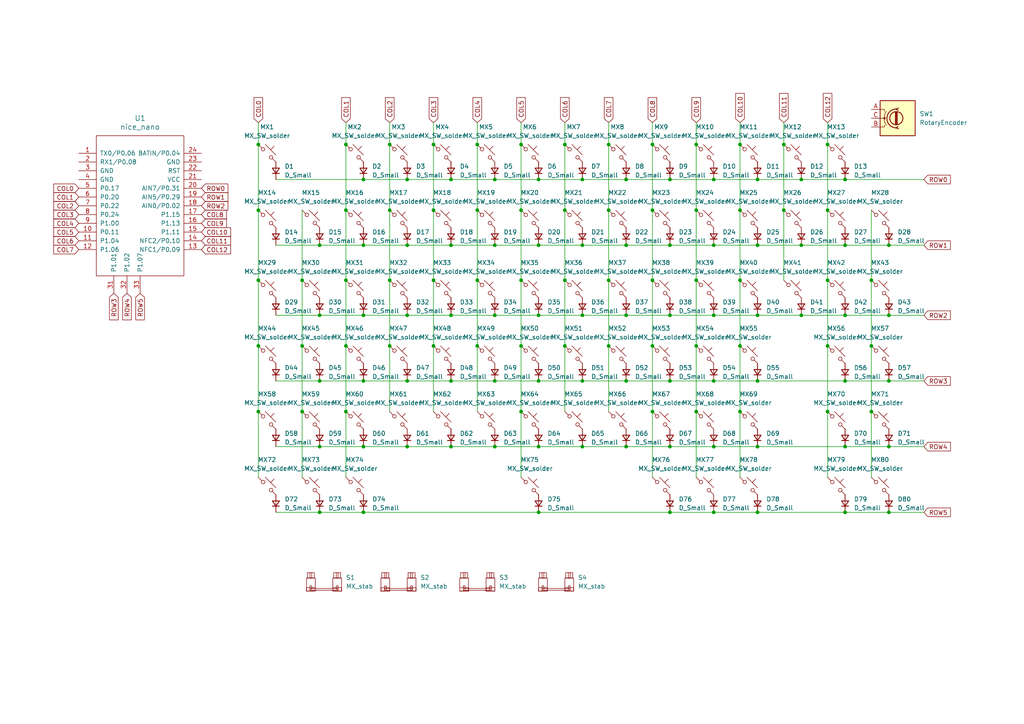
<source format=kicad_sch>
(kicad_sch (version 20250114) (generator "eeschema") (generator_version "9.0")
  (paper "A4")
  (junction (at 194.31 52.07))
  (junction (at 100.33 100.33))
  (junction (at 163.83 100.33))
  (junction (at 189.23 41.91))
  (junction (at 245.11 71.12))
  (junction (at 207.01 148.59))
  (junction (at 189.23 100.33))
  (junction (at 214.63 81.28))
  (junction (at 100.33 81.28))
  (junction (at 138.43 60.96))
  (junction (at 194.31 129.54))
  (junction (at 125.73 60.96))
  (junction (at 74.93 100.33))
  (junction (at 176.53 41.91))
  (junction (at 156.21 52.07))
  (junction (at 113.03 60.96))
  (junction (at 189.23 119.38))
  (junction (at 138.43 41.91))
  (junction (at 232.41 71.12))
  (junction (at 92.71 110.49))
  (junction (at 156.21 91.44))
  (junction (at 214.63 41.91))
  (junction (at 156.21 71.12))
  (junction (at 168.91 71.12))
  (junction (at 207.01 52.07))
  (junction (at 207.01 71.12))
  (junction (at 240.03 100.33))
  (junction (at 138.43 100.33))
  (junction (at 92.71 71.12))
  (junction (at 138.43 81.28))
  (junction (at 207.01 129.54))
  (junction (at 257.81 148.59))
  (junction (at 189.23 81.28))
  (junction (at 118.11 52.07))
  (junction (at 113.03 100.33))
  (junction (at 113.03 41.91))
  (junction (at 168.91 52.07))
  (junction (at 252.73 119.38))
  (junction (at 232.41 52.07))
  (junction (at 74.93 81.28))
  (junction (at 92.71 91.44))
  (junction (at 240.03 119.38))
  (junction (at 257.81 110.49))
  (junction (at 252.73 81.28))
  (junction (at 240.03 41.91))
  (junction (at 168.91 129.54))
  (junction (at 125.73 81.28))
  (junction (at 105.41 110.49))
  (junction (at 87.63 81.28))
  (junction (at 257.81 91.44))
  (junction (at 245.11 110.49))
  (junction (at 130.81 52.07))
  (junction (at 151.13 100.33))
  (junction (at 181.61 129.54))
  (junction (at 176.53 100.33))
  (junction (at 257.81 129.54))
  (junction (at 125.73 41.91))
  (junction (at 227.33 60.96))
  (junction (at 219.71 110.49))
  (junction (at 151.13 81.28))
  (junction (at 219.71 52.07))
  (junction (at 118.11 71.12))
  (junction (at 240.03 60.96))
  (junction (at 214.63 119.38))
  (junction (at 156.21 148.59))
  (junction (at 176.53 60.96))
  (junction (at 163.83 41.91))
  (junction (at 227.33 41.91))
  (junction (at 92.71 129.54))
  (junction (at 118.11 91.44))
  (junction (at 181.61 52.07))
  (junction (at 87.63 119.38))
  (junction (at 189.23 60.96))
  (junction (at 201.93 119.38))
  (junction (at 143.51 91.44))
  (junction (at 232.41 91.44))
  (junction (at 151.13 60.96))
  (junction (at 201.93 100.33))
  (junction (at 194.31 110.49))
  (junction (at 257.81 71.12))
  (junction (at 252.73 100.33))
  (junction (at 194.31 148.59))
  (junction (at 245.11 129.54))
  (junction (at 113.03 81.28))
  (junction (at 74.93 41.91))
  (junction (at 219.71 148.59))
  (junction (at 201.93 41.91))
  (junction (at 143.51 110.49))
  (junction (at 181.61 91.44))
  (junction (at 143.51 71.12))
  (junction (at 143.51 52.07))
  (junction (at 100.33 119.38))
  (junction (at 151.13 41.91))
  (junction (at 130.81 91.44))
  (junction (at 118.11 110.49))
  (junction (at 143.51 129.54))
  (junction (at 156.21 110.49))
  (junction (at 240.03 81.28))
  (junction (at 214.63 100.33))
  (junction (at 100.33 60.96))
  (junction (at 105.41 52.07))
  (junction (at 214.63 60.96))
  (junction (at 100.33 41.91))
  (junction (at 207.01 110.49))
  (junction (at 105.41 129.54))
  (junction (at 130.81 71.12))
  (junction (at 245.11 91.44))
  (junction (at 151.13 119.38))
  (junction (at 105.41 91.44))
  (junction (at 245.11 52.07))
  (junction (at 181.61 71.12))
  (junction (at 92.71 148.59))
  (junction (at 105.41 148.59))
  (junction (at 156.21 129.54))
  (junction (at 181.61 110.49))
  (junction (at 118.11 129.54))
  (junction (at 176.53 81.28))
  (junction (at 245.11 148.59))
  (junction (at 74.93 119.38))
  (junction (at 201.93 81.28))
  (junction (at 130.81 110.49))
  (junction (at 163.83 60.96))
  (junction (at 168.91 110.49))
  (junction (at 168.91 91.44))
  (junction (at 74.93 60.96))
  (junction (at 194.31 91.44))
  (junction (at 125.73 100.33))
  (junction (at 130.81 129.54))
  (junction (at 87.63 100.33))
  (junction (at 194.31 71.12))
  (junction (at 201.93 60.96))
  (junction (at 219.71 91.44))
  (junction (at 163.83 81.28))
  (junction (at 105.41 71.12))
  (junction (at 207.01 91.44))
  (junction (at 219.71 71.12))
  (junction (at 219.71 129.54))
  (wire (pts (xy 105.41 129.54) (xy 118.11 129.54)))
  (wire (pts (xy 74.93 119.38) (xy 74.93 138.43)))
  (wire (pts (xy 163.83 81.28) (xy 163.83 100.33)))
  (wire (pts (xy 143.51 110.49) (xy 156.21 110.49)))
  (wire (pts (xy 194.31 148.59) (xy 207.01 148.59)))
  (wire (pts (xy 201.93 81.28) (xy 201.93 100.33)))
  (wire (pts (xy 219.71 148.59) (xy 245.11 148.59)))
  (wire (pts (xy 74.93 41.91) (xy 74.93 60.96)))
  (wire (pts (xy 113.03 35.56) (xy 113.03 41.91)))
  (wire (pts (xy 201.93 60.96) (xy 201.93 81.28)))
  (wire (pts (xy 194.31 71.12) (xy 207.01 71.12)))
  (wire (pts (xy 100.33 41.91) (xy 100.33 60.96)))
  (wire (pts (xy 118.11 129.54) (xy 130.81 129.54)))
  (wire (pts (xy 92.71 91.44) (xy 105.41 91.44)))
  (wire (pts (xy 151.13 100.33) (xy 151.13 119.38)))
  (wire (pts (xy 168.91 71.12) (xy 181.61 71.12)))
  (wire (pts (xy 143.51 71.12) (xy 156.21 71.12)))
  (wire (pts (xy 130.81 110.49) (xy 143.51 110.49)))
  (wire (pts (xy 74.93 100.33) (xy 74.93 119.38)))
  (wire (pts (xy 168.91 129.54) (xy 181.61 129.54)))
  (wire (pts (xy 138.43 35.56) (xy 138.43 41.91)))
  (wire (pts (xy 163.83 35.56) (xy 163.83 41.91)))
  (wire (pts (xy 267.97 91.44) (xy 257.81 91.44)))
  (wire (pts (xy 214.63 100.33) (xy 214.63 119.38)))
  (wire (pts (xy 156.21 71.12) (xy 168.91 71.12)))
  (wire (pts (xy 181.61 129.54) (xy 194.31 129.54)))
  (wire (pts (xy 130.81 71.12) (xy 143.51 71.12)))
  (wire (pts (xy 189.23 41.91) (xy 189.23 60.96)))
  (wire (pts (xy 207.01 129.54) (xy 219.71 129.54)))
  (wire (pts (xy 156.21 91.44) (xy 168.91 91.44)))
  (wire (pts (xy 240.03 100.33) (xy 240.03 119.38)))
  (wire (pts (xy 74.93 81.28) (xy 74.93 100.33)))
  (wire (pts (xy 130.81 129.54) (xy 143.51 129.54)))
  (wire (pts (xy 92.71 148.59) (xy 105.41 148.59)))
  (wire (pts (xy 176.53 60.96) (xy 176.53 81.28)))
  (wire (pts (xy 125.73 60.96) (xy 125.73 81.28)))
  (wire (pts (xy 176.53 100.33) (xy 176.53 119.38)))
  (wire (pts (xy 156.21 110.49) (xy 168.91 110.49)))
  (wire (pts (xy 151.13 119.38) (xy 151.13 138.43)))
  (wire (pts (xy 240.03 119.38) (xy 240.03 138.43)))
  (wire (pts (xy 87.63 60.96) (xy 87.63 81.28)))
  (wire (pts (xy 130.81 91.44) (xy 143.51 91.44)))
  (wire (pts (xy 207.01 91.44) (xy 219.71 91.44)))
  (wire (pts (xy 87.63 100.33) (xy 87.63 119.38)))
  (wire (pts (xy 118.11 110.49) (xy 130.81 110.49)))
  (wire (pts (xy 125.73 35.56) (xy 125.73 41.91)))
  (wire (pts (xy 245.11 91.44) (xy 257.81 91.44)))
  (wire (pts (xy 138.43 60.96) (xy 138.43 81.28)))
  (wire (pts (xy 143.51 52.07) (xy 156.21 52.07)))
  (wire (pts (xy 240.03 81.28) (xy 240.03 100.33)))
  (wire (pts (xy 138.43 41.91) (xy 138.43 60.96)))
  (wire (pts (xy 125.73 41.91) (xy 125.73 60.96)))
  (wire (pts (xy 214.63 119.38) (xy 214.63 138.43)))
  (wire (pts (xy 176.53 35.56) (xy 176.53 41.91)))
  (wire (pts (xy 151.13 35.56) (xy 151.13 41.91)))
  (wire (pts (xy 176.53 81.28) (xy 176.53 100.33)))
  (wire (pts (xy 232.41 71.12) (xy 245.11 71.12)))
  (wire (pts (xy 201.93 100.33) (xy 201.93 119.38)))
  (wire (pts (xy 168.91 52.07) (xy 181.61 52.07)))
  (wire (pts (xy 267.97 148.59) (xy 257.81 148.59)))
  (wire (pts (xy 113.03 41.91) (xy 113.03 60.96)))
  (wire (pts (xy 105.41 110.49) (xy 118.11 110.49)))
  (wire (pts (xy 207.01 71.12) (xy 219.71 71.12)))
  (wire (pts (xy 168.91 110.49) (xy 181.61 110.49)))
  (wire (pts (xy 240.03 60.96) (xy 240.03 81.28)))
  (wire (pts (xy 92.71 110.49) (xy 105.41 110.49)))
  (wire (pts (xy 105.41 71.12) (xy 118.11 71.12)))
  (wire (pts (xy 87.63 81.28) (xy 87.63 100.33)))
  (wire (pts (xy 143.51 91.44) (xy 156.21 91.44)))
  (wire (pts (xy 163.83 60.96) (xy 163.83 81.28)))
  (wire (pts (xy 189.23 81.28) (xy 189.23 100.33)))
  (wire (pts (xy 151.13 81.28) (xy 151.13 100.33)))
  (wire (pts (xy 105.41 91.44) (xy 118.11 91.44)))
  (wire (pts (xy 80.01 110.49) (xy 92.71 110.49)))
  (wire (pts (xy 214.63 60.96) (xy 214.63 81.28)))
  (wire (pts (xy 207.01 52.07) (xy 219.71 52.07)))
  (wire (pts (xy 240.03 35.56) (xy 240.03 41.91)))
  (wire (pts (xy 219.71 110.49) (xy 245.11 110.49)))
  (wire (pts (xy 232.41 52.07) (xy 245.11 52.07)))
  (wire (pts (xy 163.83 100.33) (xy 163.83 119.38)))
  (wire (pts (xy 80.01 148.59) (xy 92.71 148.59)))
  (wire (pts (xy 194.31 91.44) (xy 207.01 91.44)))
  (wire (pts (xy 105.41 52.07) (xy 118.11 52.07)))
  (wire (pts (xy 245.11 148.59) (xy 257.81 148.59)))
  (wire (pts (xy 92.71 129.54) (xy 105.41 129.54)))
  (wire (pts (xy 245.11 110.49) (xy 257.81 110.49)))
  (wire (pts (xy 232.41 91.44) (xy 245.11 91.44)))
  (wire (pts (xy 194.31 110.49) (xy 207.01 110.49)))
  (wire (pts (xy 118.11 71.12) (xy 130.81 71.12)))
  (wire (pts (xy 176.53 41.91) (xy 176.53 60.96)))
  (wire (pts (xy 219.71 52.07) (xy 232.41 52.07)))
  (wire (pts (xy 194.31 129.54) (xy 207.01 129.54)))
  (wire (pts (xy 151.13 60.96) (xy 151.13 81.28)))
  (wire (pts (xy 156.21 129.54) (xy 168.91 129.54)))
  (wire (pts (xy 87.63 119.38) (xy 87.63 138.43)))
  (wire (pts (xy 80.01 91.44) (xy 92.71 91.44)))
  (wire (pts (xy 100.33 119.38) (xy 100.33 138.43)))
  (wire (pts (xy 181.61 110.49) (xy 194.31 110.49)))
  (wire (pts (xy 163.83 41.91) (xy 163.83 60.96)))
  (wire (pts (xy 118.11 52.07) (xy 130.81 52.07)))
  (wire (pts (xy 227.33 41.91) (xy 227.33 60.96)))
  (wire (pts (xy 207.01 148.59) (xy 219.71 148.59)))
  (wire (pts (xy 227.33 60.96) (xy 227.33 81.28)))
  (wire (pts (xy 252.73 60.96) (xy 252.73 81.28)))
  (wire (pts (xy 138.43 81.28) (xy 138.43 100.33)))
  (wire (pts (xy 74.93 35.56) (xy 74.93 41.91)))
  (wire (pts (xy 138.43 100.33) (xy 138.43 119.38)))
  (wire (pts (xy 80.01 71.12) (xy 92.71 71.12)))
  (wire (pts (xy 113.03 100.33) (xy 113.03 119.38)))
  (wire (pts (xy 219.71 71.12) (xy 232.41 71.12)))
  (wire (pts (xy 113.03 81.28) (xy 113.03 100.33)))
  (wire (pts (xy 100.33 60.96) (xy 100.33 81.28)))
  (wire (pts (xy 156.21 148.59) (xy 194.31 148.59)))
  (wire (pts (xy 194.31 52.07) (xy 207.01 52.07)))
  (wire (pts (xy 143.51 129.54) (xy 156.21 129.54)))
  (wire (pts (xy 201.93 35.56) (xy 201.93 41.91)))
  (wire (pts (xy 214.63 81.28) (xy 214.63 100.33)))
  (wire (pts (xy 189.23 35.56) (xy 189.23 41.91)))
  (wire (pts (xy 113.03 60.96) (xy 113.03 81.28)))
  (wire (pts (xy 100.33 35.56) (xy 100.33 41.91)))
  (wire (pts (xy 201.93 119.38) (xy 201.93 138.43)))
  (wire (pts (xy 118.11 91.44) (xy 130.81 91.44)))
  (wire (pts (xy 245.11 71.12) (xy 257.81 71.12)))
  (wire (pts (xy 214.63 41.91) (xy 214.63 60.96)))
  (wire (pts (xy 201.93 41.91) (xy 201.93 60.96)))
  (wire (pts (xy 252.73 81.28) (xy 252.73 100.33)))
  (wire (pts (xy 130.81 52.07) (xy 143.51 52.07)))
  (wire (pts (xy 267.97 52.07) (xy 245.11 52.07)))
  (wire (pts (xy 257.81 110.49) (xy 267.97 110.49)))
  (wire (pts (xy 252.73 100.33) (xy 252.73 119.38)))
  (wire (pts (xy 267.97 129.54) (xy 257.81 129.54)))
  (wire (pts (xy 92.71 71.12) (xy 105.41 71.12)))
  (wire (pts (xy 189.23 60.96) (xy 189.23 81.28)))
  (wire (pts (xy 156.21 52.07) (xy 168.91 52.07)))
  (wire (pts (xy 151.13 41.91) (xy 151.13 60.96)))
  (wire (pts (xy 74.93 60.96) (xy 74.93 81.28)))
  (wire (pts (xy 100.33 81.28) (xy 100.33 100.33)))
  (wire (pts (xy 181.61 91.44) (xy 194.31 91.44)))
  (wire (pts (xy 252.73 119.38) (xy 252.73 138.43)))
  (wire (pts (xy 207.01 110.49) (xy 219.71 110.49)))
  (wire (pts (xy 219.71 129.54) (xy 245.11 129.54)))
  (wire (pts (xy 245.11 129.54) (xy 257.81 129.54)))
  (wire (pts (xy 100.33 100.33) (xy 100.33 119.38)))
  (wire (pts (xy 189.23 100.33) (xy 189.23 119.38)))
  (wire (pts (xy 219.71 91.44) (xy 232.41 91.44)))
  (wire (pts (xy 240.03 41.91) (xy 240.03 60.96)))
  (wire (pts (xy 80.01 129.54) (xy 92.71 129.54)))
  (wire (pts (xy 267.97 71.12) (xy 257.81 71.12)))
  (wire (pts (xy 181.61 71.12) (xy 194.31 71.12)))
  (wire (pts (xy 125.73 100.33) (xy 125.73 119.38)))
  (wire (pts (xy 168.91 91.44) (xy 181.61 91.44)))
  (wire (pts (xy 214.63 35.56) (xy 214.63 41.91)))
  (wire (pts (xy 181.61 52.07) (xy 194.31 52.07)))
  (wire (pts (xy 227.33 35.56) (xy 227.33 41.91)))
  (wire (pts (xy 189.23 119.38) (xy 189.23 138.43)))
  (wire (pts (xy 105.41 148.59) (xy 156.21 148.59)))
  (wire (pts (xy 125.73 81.28) (xy 125.73 100.33)))
  (wire (pts (xy 80.01 52.07) (xy 105.41 52.07)))
  (global_label "COL2" (shape input) (at 22.86 59.69 180) (property "Intersheetrefs" "${INTERSHEET_REFS}" (effects (hide yes))))
  (global_label "COL4" (shape input) (at 22.86 64.77 180) (property "Intersheetrefs" "${INTERSHEET_REFS}" (effects (hide yes))))
  (global_label "COL0" (shape input) (at 22.86 54.61 180) (property "Intersheetrefs" "${INTERSHEET_REFS}" (effects (hide yes))))
  (global_label "COL5" (shape input) (at 22.86 67.31 180) (property "Intersheetrefs" "${INTERSHEET_REFS}" (effects (hide yes))))
  (global_label "COL9" (shape input) (at 201.93 35.56 90) (property "Intersheetrefs" "${INTERSHEET_REFS}" (effects (hide yes))))
  (global_label "COL6" (shape input) (at 163.83 35.56 90) (property "Intersheetrefs" "${INTERSHEET_REFS}" (effects (hide yes))))
  (global_label "ROW1" (shape input) (at 267.97 71.12 0) (property "Intersheetrefs" "${INTERSHEET_REFS}" (effects (hide yes))))
  (global_label "ROW3" (shape input) (at 267.97 110.49 0) (property "Intersheetrefs" "${INTERSHEET_REFS}" (effects (hide yes))))
  (global_label "ROW4" (shape input) (at 267.97 129.54 0) (property "Intersheetrefs" "${INTERSHEET_REFS}" (effects (hide yes))))
  (global_label "ROW0" (shape input) (at 267.97 52.07 0) (property "Intersheetrefs" "${INTERSHEET_REFS}" (effects (hide yes))))
  (global_label "COL1" (shape input) (at 100.33 35.56 90) (property "Intersheetrefs" "${INTERSHEET_REFS}" (effects (hide yes))))
  (global_label "COL3" (shape input) (at 22.86 62.23 180) (property "Intersheetrefs" "${INTERSHEET_REFS}" (effects (hide yes))))
  (global_label "COL9" (shape input) (at 58.42 64.77 0) (property "Intersheetrefs" "${INTERSHEET_REFS}" (effects (hide yes))))
  (global_label "COL10" (shape input) (at 214.63 35.56 90) (property "Intersheetrefs" "${INTERSHEET_REFS}" (effects (hide yes))))
  (global_label "COL7" (shape input) (at 176.53 35.56 90) (property "Intersheetrefs" "${INTERSHEET_REFS}" (effects (hide yes))))
  (global_label "COL7" (shape input) (at 22.86 72.39 180) (property "Intersheetrefs" "${INTERSHEET_REFS}" (effects (hide yes))))
  (global_label "ROW3" (shape input) (at 33.02 85.09 270) (property "Intersheetrefs" "${INTERSHEET_REFS}" (effects (hide yes))))
  (global_label "COL12" (shape input) (at 58.42 72.39 0) (property "Intersheetrefs" "${INTERSHEET_REFS}" (effects (hide yes))))
  (global_label "ROW2" (shape input) (at 58.42 59.69 0) (property "Intersheetrefs" "${INTERSHEET_REFS}" (effects (hide yes))))
  (global_label "COL11" (shape input) (at 227.33 35.56 90) (property "Intersheetrefs" "${INTERSHEET_REFS}" (effects (hide yes))))
  (global_label "COL8" (shape input) (at 58.42 62.23 0) (property "Intersheetrefs" "${INTERSHEET_REFS}" (effects (hide yes))))
  (global_label "COL0" (shape input) (at 74.93 35.56 90) (property "Intersheetrefs" "${INTERSHEET_REFS}" (effects (hide yes))))
  (global_label "ROW5" (shape input) (at 267.97 148.59 0) (property "Intersheetrefs" "${INTERSHEET_REFS}" (effects (hide yes))))
  (global_label "ROW4" (shape input) (at 36.83 85.09 270) (property "Intersheetrefs" "${INTERSHEET_REFS}" (effects (hide yes))))
  (global_label "COL3" (shape input) (at 125.73 35.56 90) (property "Intersheetrefs" "${INTERSHEET_REFS}" (effects (hide yes))))
  (global_label "COL1" (shape input) (at 22.86 57.15 180) (property "Intersheetrefs" "${INTERSHEET_REFS}" (effects (hide yes))))
  (global_label "COL6" (shape input) (at 22.86 69.85 180) (property "Intersheetrefs" "${INTERSHEET_REFS}" (effects (hide yes))))
  (global_label "ROW2" (shape input) (at 267.97 91.44 0) (property "Intersheetrefs" "${INTERSHEET_REFS}" (effects (hide yes))))
  (global_label "ROW5" (shape input) (at 40.64 85.09 270) (property "Intersheetrefs" "${INTERSHEET_REFS}" (effects (hide yes))))
  (global_label "COL8" (shape input) (at 189.23 35.56 90) (property "Intersheetrefs" "${INTERSHEET_REFS}" (effects (hide yes))))
  (global_label "COL5" (shape input) (at 151.13 35.56 90) (property "Intersheetrefs" "${INTERSHEET_REFS}" (effects (hide yes))))
  (global_label "COL12" (shape input) (at 240.03 35.56 90) (property "Intersheetrefs" "${INTERSHEET_REFS}" (effects (hide yes))))
  (global_label "COL11" (shape input) (at 58.42 69.85 0) (property "Intersheetrefs" "${INTERSHEET_REFS}" (effects (hide yes))))
  (global_label "COL2" (shape input) (at 113.03 35.56 90) (property "Intersheetrefs" "${INTERSHEET_REFS}" (effects (hide yes))))
  (global_label "COL4" (shape input) (at 138.43 35.56 90) (property "Intersheetrefs" "${INTERSHEET_REFS}" (effects (hide yes))))
  (global_label "COL10" (shape input) (at 58.42 67.31 0) (property "Intersheetrefs" "${INTERSHEET_REFS}" (effects (hide yes))))
  (global_label "ROW0" (shape input) (at 58.42 54.61 0) (property "Intersheetrefs" "${INTERSHEET_REFS}" (effects (hide yes))))
  (global_label "ROW1" (shape input) (at 58.42 57.15 0) (property "Intersheetrefs" "${INTERSHEET_REFS}" (effects (hide yes))))
  (symbol (lib_id "Device:D_Small") (at 168.91 49.53 90) (unit 1)
    (property "Reference" "D7" (at 171.45 48.2599 90) (effects (justify right)))
    (property "Value" "D_Small" (at 171.45 50.7999 90) (effects (justify right)))
    (property "Footprint" "Diode_SMD:D_SOD-123" (effects (hide yes)))
    (property "Description" "Diode, small symbol" (effects (hide yes)))
    (property "Sim.Device" "D" (effects (hide yes)))
    (property "Sim.Pins" "1=K 2=A" (effects (hide yes)))
  )
  (symbol (lib_id "PCM_marbastlib-mx:MX_SW_solder") (at 217.17 63.5 0) (unit 1)
    (property "Reference" "MX25" (at 217.17 55.88 0))
    (property "Value" "MX_SW_solder" (at 217.17 58.42 0))
    (property "Footprint" "PCM_marbastlib-mx:SW_MX_1u" (effects (hide yes)))
    (property "Description" "Push button switch, normally open, two pins, 45° tilted" (effects (hide yes)))
  )
  (symbol (lib_id "Device:D_Small") (at 207.01 127 90) (unit 1)
    (property "Reference" "D68" (at 209.55 125.7299 90) (effects (justify right)))
    (property "Value" "D_Small" (at 209.55 128.2699 90) (effects (justify right)))
    (property "Footprint" "Diode_SMD:D_SOD-123" (effects (hide yes)))
    (property "Description" "Diode, small symbol" (effects (hide yes)))
    (property "Sim.Device" "D" (effects (hide yes)))
    (property "Sim.Pins" "1=K 2=A" (effects (hide yes)))
  )
  (symbol (lib_id "PCM_marbastlib-mx:MX_SW_solder") (at 166.37 63.5 0) (unit 1)
    (property "Reference" "MX21" (at 166.37 55.88 0))
    (property "Value" "MX_SW_solder" (at 166.37 58.42 0))
    (property "Footprint" "PCM_marbastlib-mx:SW_MX_1u" (effects (hide yes)))
    (property "Description" "Push button switch, normally open, two pins, 45° tilted" (effects (hide yes)))
  )
  (symbol (lib_id "PCM_marbastlib-mx:MX_SW_solder") (at 191.77 83.82 0) (unit 1)
    (property "Reference" "MX38" (at 191.77 76.2 0))
    (property "Value" "MX_SW_solder" (at 191.77 78.74 0))
    (property "Footprint" "PCM_marbastlib-mx:SW_MX_1u" (effects (hide yes)))
    (property "Description" "Push button switch, normally open, two pins, 45° tilted" (effects (hide yes)))
  )
  (symbol (lib_id "PCM_marbastlib-mx:MX_SW_solder") (at 217.17 83.82 0) (unit 1)
    (property "Reference" "MX40" (at 217.17 76.2 0))
    (property "Value" "MX_SW_solder" (at 217.17 78.74 0))
    (property "Footprint" "PCM_marbastlib-mx:SW_MX_1u" (effects (hide yes)))
    (property "Description" "Push button switch, normally open, two pins, 45° tilted" (effects (hide yes)))
  )
  (symbol (lib_id "Device:D_Small") (at 219.71 49.53 90) (unit 1)
    (property "Reference" "D11" (at 222.25 48.2599 90) (effects (justify right)))
    (property "Value" "D_Small" (at 222.25 50.7999 90) (effects (justify right)))
    (property "Footprint" "Diode_SMD:D_SOD-123" (effects (hide yes)))
    (property "Description" "Diode, small symbol" (effects (hide yes)))
    (property "Sim.Device" "D" (effects (hide yes)))
    (property "Sim.Pins" "1=K 2=A" (effects (hide yes)))
  )
  (symbol (lib_id "Device:D_Small") (at 156.21 107.95 90) (unit 1)
    (property "Reference" "D50" (at 158.75 106.6799 90) (effects (justify right)))
    (property "Value" "D_Small" (at 158.75 109.2199 90) (effects (justify right)))
    (property "Footprint" "Diode_SMD:D_SOD-123" (effects (hide yes)))
    (property "Description" "Diode, small symbol" (effects (hide yes)))
    (property "Sim.Device" "D" (effects (hide yes)))
    (property "Sim.Pins" "1=K 2=A" (effects (hide yes)))
  )
  (symbol (lib_id "PCM_marbastlib-mx:MX_SW_solder") (at 191.77 63.5 0) (unit 1)
    (property "Reference" "MX23" (at 191.77 55.88 0))
    (property "Value" "MX_SW_solder" (at 191.77 58.42 0))
    (property "Footprint" "PCM_marbastlib-mx:SW_MX_1u" (effects (hide yes)))
    (property "Description" "Push button switch, normally open, two pins, 45° tilted" (effects (hide yes)))
  )
  (symbol (lib_id "Device:D_Small") (at 181.61 107.95 90) (unit 1)
    (property "Reference" "D52" (at 184.15 106.6799 90) (effects (justify right)))
    (property "Value" "D_Small" (at 184.15 109.2199 90) (effects (justify right)))
    (property "Footprint" "Diode_SMD:D_SOD-123" (effects (hide yes)))
    (property "Description" "Diode, small symbol" (effects (hide yes)))
    (property "Sim.Device" "D" (effects (hide yes)))
    (property "Sim.Pins" "1=K 2=A" (effects (hide yes)))
  )
  (symbol (lib_id "Device:D_Small") (at 143.51 88.9 90) (unit 1)
    (property "Reference" "D34" (at 146.05 87.6299 90) (effects (justify right)))
    (property "Value" "D_Small" (at 146.05 90.1699 90) (effects (justify right)))
    (property "Footprint" "Diode_SMD:D_SOD-123" (effects (hide yes)))
    (property "Description" "Diode, small symbol" (effects (hide yes)))
    (property "Sim.Device" "D" (effects (hide yes)))
    (property "Sim.Pins" "1=K 2=A" (effects (hide yes)))
  )
  (symbol (lib_id "PCM_marbastlib-mx:MX_SW_solder") (at 153.67 44.45 0) (unit 1)
    (property "Reference" "MX6" (at 153.67 36.83 0))
    (property "Value" "MX_SW_solder" (at 153.67 39.37 0))
    (property "Footprint" "PCM_marbastlib-mx:SW_MX_1u" (effects (hide yes)))
    (property "Description" "Push button switch, normally open, two pins, 45° tilted" (effects (hide yes)))
  )
  (symbol (lib_id "PCM_marbastlib-mx:MX_SW_solder") (at 140.97 121.92 0) (unit 1)
    (property "Reference" "MX63" (at 140.97 114.3 0))
    (property "Value" "MX_SW_solder" (at 140.97 116.84 0))
    (property "Footprint" "PCM_marbastlib-mx:SW_MX_1u" (effects (hide yes)))
    (property "Description" "Push button switch, normally open, two pins, 45° tilted" (effects (hide yes)))
  )
  (symbol (lib_id "Device:D_Small") (at 118.11 68.58 90) (unit 1)
    (property "Reference" "D17" (at 120.65 67.3099 90) (effects (justify right)))
    (property "Value" "D_Small" (at 120.65 69.8499 90) (effects (justify right)))
    (property "Footprint" "Diode_SMD:D_SOD-123" (effects (hide yes)))
    (property "Description" "Diode, small symbol" (effects (hide yes)))
    (property "Sim.Device" "D" (effects (hide yes)))
    (property "Sim.Pins" "1=K 2=A" (effects (hide yes)))
  )
  (symbol (lib_id "PCM_marbastlib-mx:MX_SW_solder") (at 140.97 102.87 0) (unit 1)
    (property "Reference" "MX49" (at 140.97 95.25 0))
    (property "Value" "MX_SW_solder" (at 140.97 97.79 0))
    (property "Footprint" "PCM_marbastlib-mx:SW_MX_1u" (effects (hide yes)))
    (property "Description" "Push button switch, normally open, two pins, 45° tilted" (effects (hide yes)))
  )
  (symbol (lib_id "PCM_marbastlib-mx:MX_SW_solder") (at 102.87 121.92 0) (unit 1)
    (property "Reference" "MX60" (at 102.87 114.3 0))
    (property "Value" "MX_SW_solder" (at 102.87 116.84 0))
    (property "Footprint" "PCM_marbastlib-mx:SW_MX_1u" (effects (hide yes)))
    (property "Description" "Push button switch, normally open, two pins, 45° tilted" (effects (hide yes)))
  )
  (symbol (lib_id "Device:D_Small") (at 168.91 68.58 90) (unit 1)
    (property "Reference" "D21" (at 171.45 67.3099 90) (effects (justify right)))
    (property "Value" "D_Small" (at 171.45 69.8499 90) (effects (justify right)))
    (property "Footprint" "Diode_SMD:D_SOD-123" (effects (hide yes)))
    (property "Description" "Diode, small symbol" (effects (hide yes)))
    (property "Sim.Device" "D" (effects (hide yes)))
    (property "Sim.Pins" "1=K 2=A" (effects (hide yes)))
  )
  (symbol (lib_id "Device:D_Small") (at 181.61 127 90) (unit 1)
    (property "Reference" "D66" (at 184.15 125.7299 90) (effects (justify right)))
    (property "Value" "D_Small" (at 184.15 128.2699 90) (effects (justify right)))
    (property "Footprint" "Diode_SMD:D_SOD-123" (effects (hide yes)))
    (property "Description" "Diode, small symbol" (effects (hide yes)))
    (property "Sim.Device" "D" (effects (hide yes)))
    (property "Sim.Pins" "1=K 2=A" (effects (hide yes)))
  )
  (symbol (lib_id "PCM_marbastlib-mx:MX_SW_solder") (at 115.57 83.82 0) (unit 1)
    (property "Reference" "MX32" (at 115.57 76.2 0))
    (property "Value" "MX_SW_solder" (at 115.57 78.74 0))
    (property "Footprint" "PCM_marbastlib-mx:SW_MX_1u" (effects (hide yes)))
    (property "Description" "Push button switch, normally open, two pins, 45° tilted" (effects (hide yes)))
  )
  (symbol (lib_id "Device:D_Small") (at 92.71 68.58 90) (unit 1)
    (property "Reference" "D15" (at 95.25 67.3099 90) (effects (justify right)))
    (property "Value" "D_Small" (at 95.25 69.8499 90) (effects (justify right)))
    (property "Footprint" "Diode_SMD:D_SOD-123" (effects (hide yes)))
    (property "Description" "Diode, small symbol" (effects (hide yes)))
    (property "Sim.Device" "D" (effects (hide yes)))
    (property "Sim.Pins" "1=K 2=A" (effects (hide yes)))
  )
  (symbol (lib_id "Device:D_Small") (at 118.11 127 90) (unit 1)
    (property "Reference" "D61" (at 120.65 125.7299 90) (effects (justify right)))
    (property "Value" "D_Small" (at 120.65 128.2699 90) (effects (justify right)))
    (property "Footprint" "Diode_SMD:D_SOD-123" (effects (hide yes)))
    (property "Description" "Diode, small symbol" (effects (hide yes)))
    (property "Sim.Device" "D" (effects (hide yes)))
    (property "Sim.Pins" "1=K 2=A" (effects (hide yes)))
  )
  (symbol (lib_id "PCM_marbastlib-mx:MX_SW_solder") (at 179.07 44.45 0) (unit 1)
    (property "Reference" "MX8" (at 179.07 36.83 0))
    (property "Value" "MX_SW_solder" (at 179.07 39.37 0))
    (property "Footprint" "PCM_marbastlib-mx:SW_MX_1u" (effects (hide yes)))
    (property "Description" "Push button switch, normally open, two pins, 45° tilted" (effects (hide yes)))
  )
  (symbol (lib_id "PCM_marbastlib-mx:MX_SW_solder") (at 242.57 102.87 0) (unit 1)
    (property "Reference" "MX56" (at 242.57 95.25 0))
    (property "Value" "MX_SW_solder" (at 242.57 97.79 0))
    (property "Footprint" "PCM_marbastlib-mx:SW_MX_1u" (effects (hide yes)))
    (property "Description" "Push button switch, normally open, two pins, 45° tilted" (effects (hide yes)))
  )
  (symbol (lib_id "Device:D_Small") (at 257.81 88.9 90) (unit 1)
    (property "Reference" "D43" (at 260.35 87.6299 90) (effects (justify right)))
    (property "Value" "D_Small" (at 260.35 90.1699 90) (effects (justify right)))
    (property "Footprint" "Diode_SMD:D_SOD-123" (effects (hide yes)))
    (property "Description" "Diode, small symbol" (effects (hide yes)))
    (property "Sim.Device" "D" (effects (hide yes)))
    (property "Sim.Pins" "1=K 2=A" (effects (hide yes)))
  )
  (symbol (lib_id "Device:D_Small") (at 156.21 49.53 90) (unit 1)
    (property "Reference" "D6" (at 158.75 48.2599 90) (effects (justify right)))
    (property "Value" "D_Small" (at 158.75 50.7999 90) (effects (justify right)))
    (property "Footprint" "Diode_SMD:D_SOD-123" (effects (hide yes)))
    (property "Description" "Diode, small symbol" (effects (hide yes)))
    (property "Sim.Device" "D" (effects (hide yes)))
    (property "Sim.Pins" "1=K 2=A" (effects (hide yes)))
  )
  (symbol (lib_id "Device:D_Small") (at 105.41 68.58 90) (unit 1)
    (property "Reference" "D16" (at 107.95 67.3099 90) (effects (justify right)))
    (property "Value" "D_Small" (at 107.95 69.8499 90) (effects (justify right)))
    (property "Footprint" "Diode_SMD:D_SOD-123" (effects (hide yes)))
    (property "Description" "Diode, small symbol" (effects (hide yes)))
    (property "Sim.Device" "D" (effects (hide yes)))
    (property "Sim.Pins" "1=K 2=A" (effects (hide yes)))
  )
  (symbol (lib_id "Device:D_Small") (at 92.71 146.05 90) (unit 1)
    (property "Reference" "D73" (at 95.25 144.7799 90) (effects (justify right)))
    (property "Value" "D_Small" (at 95.25 147.3199 90) (effects (justify right)))
    (property "Footprint" "Diode_SMD:D_SOD-123" (effects (hide yes)))
    (property "Description" "Diode, small symbol" (effects (hide yes)))
    (property "Sim.Device" "D" (effects (hide yes)))
    (property "Sim.Pins" "1=K 2=A" (effects (hide yes)))
  )
  (symbol (lib_id "Device:D_Small") (at 245.11 127 90) (unit 1)
    (property "Reference" "D70" (at 247.65 125.7299 90) (effects (justify right)))
    (property "Value" "D_Small" (at 247.65 128.2699 90) (effects (justify right)))
    (property "Footprint" "Diode_SMD:D_SOD-123" (effects (hide yes)))
    (property "Description" "Diode, small symbol" (effects (hide yes)))
    (property "Sim.Device" "D" (effects (hide yes)))
    (property "Sim.Pins" "1=K 2=A" (effects (hide yes)))
  )
  (symbol (lib_id "PCM_marbastlib-mx:MX_SW_solder") (at 102.87 140.97 0) (unit 1)
    (property "Reference" "MX74" (at 102.87 133.35 0))
    (property "Value" "MX_SW_solder" (at 102.87 135.89 0))
    (property "Footprint" "PCM_marbastlib-mx:SW_MX_1.25u" (effects (hide yes)))
    (property "Description" "Push button switch, normally open, two pins, 45° tilted" (effects (hide yes)))
  )
  (symbol (lib_id "PCM_marbastlib-mx:MX_SW_solder") (at 128.27 63.5 0) (unit 1)
    (property "Reference" "MX18" (at 128.27 55.88 0))
    (property "Value" "MX_SW_solder" (at 128.27 58.42 0))
    (property "Footprint" "PCM_marbastlib-mx:SW_MX_1u" (effects (hide yes)))
    (property "Description" "Push button switch, normally open, two pins, 45° tilted" (effects (hide yes)))
  )
  (symbol (lib_id "Device:D_Small") (at 168.91 88.9 90) (unit 1)
    (property "Reference" "D36" (at 171.45 87.6299 90) (effects (justify right)))
    (property "Value" "D_Small" (at 171.45 90.1699 90) (effects (justify right)))
    (property "Footprint" "Diode_SMD:D_SOD-123" (effects (hide yes)))
    (property "Description" "Diode, small symbol" (effects (hide yes)))
    (property "Sim.Device" "D" (effects (hide yes)))
    (property "Sim.Pins" "1=K 2=A" (effects (hide yes)))
  )
  (symbol (lib_id "Device:D_Small") (at 194.31 49.53 90) (unit 1)
    (property "Reference" "D9" (at 196.85 48.2599 90) (effects (justify right)))
    (property "Value" "D_Small" (at 196.85 50.7999 90) (effects (justify right)))
    (property "Footprint" "Diode_SMD:D_SOD-123" (effects (hide yes)))
    (property "Description" "Diode, small symbol" (effects (hide yes)))
    (property "Sim.Device" "D" (effects (hide yes)))
    (property "Sim.Pins" "1=K 2=A" (effects (hide yes)))
  )
  (symbol (lib_id "Device:D_Small") (at 105.41 107.95 90) (unit 1)
    (property "Reference" "D46" (at 107.95 106.6799 90) (effects (justify right)))
    (property "Value" "D_Small" (at 107.95 109.2199 90) (effects (justify right)))
    (property "Footprint" "Diode_SMD:D_SOD-123" (effects (hide yes)))
    (property "Description" "Diode, small symbol" (effects (hide yes)))
    (property "Sim.Device" "D" (effects (hide yes)))
    (property "Sim.Pins" "1=K 2=A" (effects (hide yes)))
  )
  (symbol (lib_id "PCM_marbastlib-mx:MX_SW_solder") (at 255.27 121.92 0) (unit 1)
    (property "Reference" "MX71" (at 255.27 114.3 0))
    (property "Value" "MX_SW_solder" (at 255.27 116.84 0))
    (property "Footprint" "PCM_marbastlib-mx:SW_MX_1u" (effects (hide yes)))
    (property "Description" "Push button switch, normally open, two pins, 45° tilted" (effects (hide yes)))
  )
  (symbol (lib_id "PCM_marbastlib-mx:MX_SW_solder") (at 255.27 83.82 0) (unit 1)
    (property "Reference" "MX43" (at 255.27 76.2 0))
    (property "Value" "MX_SW_solder" (at 255.27 78.74 0))
    (property "Footprint" "PCM_marbastlib-mx:SW_MX_1u" (effects (hide yes)))
    (property "Description" "Push button switch, normally open, two pins, 45° tilted" (effects (hide yes)))
  )
  (symbol (lib_id "Device:D_Small") (at 105.41 127 90) (unit 1)
    (property "Reference" "D60" (at 107.95 125.7299 90) (effects (justify right)))
    (property "Value" "D_Small" (at 107.95 128.2699 90) (effects (justify right)))
    (property "Footprint" "Diode_SMD:D_SOD-123" (effects (hide yes)))
    (property "Description" "Diode, small symbol" (effects (hide yes)))
    (property "Sim.Device" "D" (effects (hide yes)))
    (property "Sim.Pins" "1=K 2=A" (effects (hide yes)))
  )
  (symbol (lib_id "Device:D_Small") (at 156.21 88.9 90) (unit 1)
    (property "Reference" "D35" (at 158.75 87.6299 90) (effects (justify right)))
    (property "Value" "D_Small" (at 158.75 90.1699 90) (effects (justify right)))
    (property "Footprint" "Diode_SMD:D_SOD-123" (effects (hide yes)))
    (property "Description" "Diode, small symbol" (effects (hide yes)))
    (property "Sim.Device" "D" (effects (hide yes)))
    (property "Sim.Pins" "1=K 2=A" (effects (hide yes)))
  )
  (symbol (lib_id "PCM_marbastlib-mx:MX_SW_solder") (at 128.27 44.45 0) (unit 1)
    (property "Reference" "MX4" (at 128.27 36.83 0))
    (property "Value" "MX_SW_solder" (at 128.27 39.37 0))
    (property "Footprint" "PCM_marbastlib-mx:SW_MX_1u" (effects (hide yes)))
    (property "Description" "Push button switch, normally open, two pins, 45° tilted" (effects (hide yes)))
  )
  (symbol (lib_id "PCM_marbastlib-mx:MX_SW_solder") (at 242.57 63.5 0) (unit 1)
    (property "Reference" "MX27" (at 242.57 55.88 0))
    (property "Value" "MX_SW_solder" (at 242.57 58.42 0))
    (property "Footprint" "PCM_marbastlib-mx:SW_MX_1u" (effects (hide yes)))
    (property "Description" "Push button switch, normally open, two pins, 45° tilted" (effects (hide yes)))
  )
  (symbol (lib_id "PCM_marbastlib-mx:MX_SW_solder") (at 166.37 83.82 0) (unit 1)
    (property "Reference" "MX36" (at 166.37 76.2 0))
    (property "Value" "MX_SW_solder" (at 166.37 78.74 0))
    (property "Footprint" "PCM_marbastlib-mx:SW_MX_1u" (effects (hide yes)))
    (property "Description" "Push button switch, normally open, two pins, 45° tilted" (effects (hide yes)))
  )
  (symbol (lib_id "Device:D_Small") (at 143.51 49.53 90) (unit 1)
    (property "Reference" "D5" (at 146.05 48.2599 90) (effects (justify right)))
    (property "Value" "D_Small" (at 146.05 50.7999 90) (effects (justify right)))
    (property "Footprint" "Diode_SMD:D_SOD-123" (effects (hide yes)))
    (property "Description" "Diode, small symbol" (effects (hide yes)))
    (property "Sim.Device" "D" (effects (hide yes)))
    (property "Sim.Pins" "1=K 2=A" (effects (hide yes)))
  )
  (symbol (lib_id "PCM_marbastlib-mx:MX_SW_solder") (at 191.77 140.97 0) (unit 1)
    (property "Reference" "MX76" (at 191.77 133.35 0))
    (property "Value" "MX_SW_solder" (at 191.77 135.89 0))
    (property "Footprint" "PCM_marbastlib-mx:SW_MX_1.25u" (effects (hide yes)))
    (property "Description" "Push button switch, normally open, two pins, 45° tilted" (effects (hide yes)))
  )
  (symbol (lib_id "PCM_marbastlib-mx:MX_SW_solder") (at 217.17 102.87 0) (unit 1)
    (property "Reference" "MX55" (at 217.17 95.25 0))
    (property "Value" "MX_SW_solder" (at 217.17 97.79 0))
    (property "Footprint" "PCM_marbastlib-mx:SW_MX_1u" (effects (hide yes)))
    (property "Description" "Push button switch, normally open, two pins, 45° tilted" (effects (hide yes)))
  )
  (symbol (lib_id "PCM_marbastlib-mx:MX_SW_solder") (at 179.07 83.82 0) (unit 1)
    (property "Reference" "MX37" (at 179.07 76.2 0))
    (property "Value" "MX_SW_solder" (at 179.07 78.74 0))
    (property "Footprint" "PCM_marbastlib-mx:SW_MX_1u" (effects (hide yes)))
    (property "Description" "Push button switch, normally open, two pins, 45° tilted" (effects (hide yes)))
  )
  (symbol (lib_id "PCM_marbastlib-mx:MX_SW_solder") (at 191.77 102.87 0) (unit 1)
    (property "Reference" "MX53" (at 191.77 95.25 0))
    (property "Value" "MX_SW_solder" (at 191.77 97.79 0))
    (property "Footprint" "PCM_marbastlib-mx:SW_MX_1u" (effects (hide yes)))
    (property "Description" "Push button switch, normally open, two pins, 45° tilted" (effects (hide yes)))
  )
  (symbol (lib_id "Device:D_Small") (at 257.81 146.05 90) (unit 1)
    (property "Reference" "D80" (at 260.35 144.7799 90) (effects (justify right)))
    (property "Value" "D_Small" (at 260.35 147.3199 90) (effects (justify right)))
    (property "Footprint" "Diode_SMD:D_SOD-123" (effects (hide yes)))
    (property "Description" "Diode, small symbol" (effects (hide yes)))
    (property "Sim.Device" "D" (effects (hide yes)))
    (property "Sim.Pins" "1=K 2=A" (effects (hide yes)))
  )
  (symbol (lib_id "Device:D_Small") (at 80.01 88.9 90) (unit 1)
    (property "Reference" "D29" (at 82.55 87.6299 90) (effects (justify right)))
    (property "Value" "D_Small" (at 82.55 90.1699 90) (effects (justify right)))
    (property "Footprint" "Diode_SMD:D_SOD-123" (effects (hide yes)))
    (property "Description" "Diode, small symbol" (effects (hide yes)))
    (property "Sim.Device" "D" (effects (hide yes)))
    (property "Sim.Pins" "1=K 2=A" (effects (hide yes)))
  )
  (symbol (lib_id "Device:D_Small") (at 207.01 146.05 90) (unit 1)
    (property "Reference" "D77" (at 209.55 144.7799 90) (effects (justify right)))
    (property "Value" "D_Small" (at 209.55 147.3199 90) (effects (justify right)))
    (property "Footprint" "Diode_SMD:D_SOD-123" (effects (hide yes)))
    (property "Description" "Diode, small symbol" (effects (hide yes)))
    (property "Sim.Device" "D" (effects (hide yes)))
    (property "Sim.Pins" "1=K 2=A" (effects (hide yes)))
  )
  (symbol (lib_id "PCM_marbastlib-mx:MX_SW_solder") (at 102.87 102.87 0) (unit 1)
    (property "Reference" "MX46" (at 102.87 95.25 0))
    (property "Value" "MX_SW_solder" (at 102.87 97.79 0))
    (property "Footprint" "PCM_marbastlib-mx:SW_MX_1u" (effects (hide yes)))
    (property "Description" "Push button switch, normally open, two pins, 45° tilted" (effects (hide yes)))
  )
  (symbol (lib_id "Device:D_Small") (at 130.81 107.95 90) (unit 1)
    (property "Reference" "D48" (at 133.35 106.6799 90) (effects (justify right)))
    (property "Value" "D_Small" (at 133.35 109.2199 90) (effects (justify right)))
    (property "Footprint" "Diode_SMD:D_SOD-123" (effects (hide yes)))
    (property "Description" "Diode, small symbol" (effects (hide yes)))
    (property "Sim.Device" "D" (effects (hide yes)))
    (property "Sim.Pins" "1=K 2=A" (effects (hide yes)))
  )
  (symbol (lib_id "PCM_marbastlib-mx:MX_SW_solder") (at 140.97 63.5 0) (unit 1)
    (property "Reference" "MX19" (at 140.97 55.88 0))
    (property "Value" "MX_SW_solder" (at 140.97 58.42 0))
    (property "Footprint" "PCM_marbastlib-mx:SW_MX_1u" (effects (hide yes)))
    (property "Description" "Push button switch, normally open, two pins, 45° tilted" (effects (hide yes)))
  )
  (symbol (lib_id "PCM_marbastlib-mx:MX_SW_solder") (at 77.47 83.82 0) (unit 1)
    (property "Reference" "MX29" (at 77.47 76.2 0))
    (property "Value" "MX_SW_solder" (at 77.47 78.74 0))
    (property "Footprint" "PCM_marbastlib-mx:SW_MX_1.5u" (effects (hide yes)))
    (property "Description" "Push button switch, normally open, two pins, 45° tilted" (effects (hide yes)))
  )
  (symbol (lib_id "PCM_marbastlib-mx:MX_SW_solder") (at 77.47 63.5 0) (unit 1)
    (property "Reference" "MX14" (at 77.47 55.88 0))
    (property "Value" "MX_SW_solder" (at 77.47 58.42 0))
    (property "Footprint" "PCM_marbastlib-mx:SW_MX_1u" (effects (hide yes)))
    (property "Description" "Push button switch, normally open, two pins, 45° tilted" (effects (hide yes)))
  )
  (symbol (lib_id "Device:D_Small") (at 245.11 107.95 90) (unit 1)
    (property "Reference" "D56" (at 247.65 106.6799 90) (effects (justify right)))
    (property "Value" "D_Small" (at 247.65 109.2199 90) (effects (justify right)))
    (property "Footprint" "Diode_SMD:D_SOD-123" (effects (hide yes)))
    (property "Description" "Diode, small symbol" (effects (hide yes)))
    (property "Sim.Device" "D" (effects (hide yes)))
    (property "Sim.Pins" "1=K 2=A" (effects (hide yes)))
  )
  (symbol (lib_id "PCM_marbastlib-mx:MX_SW_solder") (at 90.17 121.92 0) (unit 1)
    (property "Reference" "MX59" (at 90.17 114.3 0))
    (property "Value" "MX_SW_solder" (at 90.17 116.84 0))
    (property "Footprint" "PCM_marbastlib-mx:SW_MX_1u" (effects (hide yes)))
    (property "Description" "Push button switch, normally open, two pins, 45° tilted" (effects (hide yes)))
  )
  (symbol (lib_id "PCM_marbastlib-mx:MX_SW_solder") (at 128.27 83.82 0) (unit 1)
    (property "Reference" "MX33" (at 128.27 76.2 0))
    (property "Value" "MX_SW_solder" (at 128.27 78.74 0))
    (property "Footprint" "PCM_marbastlib-mx:SW_MX_1u" (effects (hide yes)))
    (property "Description" "Push button switch, normally open, two pins, 45° tilted" (effects (hide yes)))
  )
  (symbol (lib_id "PCM_marbastlib-mx:MX_SW_solder") (at 128.27 121.92 0) (unit 1)
    (property "Reference" "MX62" (at 128.27 114.3 0))
    (property "Value" "MX_SW_solder" (at 128.27 116.84 0))
    (property "Footprint" "PCM_marbastlib-mx:SW_MX_1u" (effects (hide yes)))
    (property "Description" "Push button switch, normally open, two pins, 45° tilted" (effects (hide yes)))
  )
  (symbol (lib_id "PCM_marbastlib-mx:MX_SW_solder") (at 115.57 44.45 0) (unit 1)
    (property "Reference" "MX3" (at 115.57 36.83 0))
    (property "Value" "MX_SW_solder" (at 115.57 39.37 0))
    (property "Footprint" "PCM_marbastlib-mx:SW_MX_1u" (effects (hide yes)))
    (property "Description" "Push button switch, normally open, two pins, 45° tilted" (effects (hide yes)))
  )
  (symbol (lib_id "PCM_marbastlib-mx:MX_SW_solder") (at 204.47 83.82 0) (unit 1)
    (property "Reference" "MX39" (at 204.47 76.2 0))
    (property "Value" "MX_SW_solder" (at 204.47 78.74 0))
    (property "Footprint" "PCM_marbastlib-mx:SW_MX_1u" (effects (hide yes)))
    (property "Description" "Push button switch, normally open, two pins, 45° tilted" (effects (hide yes)))
  )
  (symbol (lib_id "PCM_marbastlib-mx:MX_SW_solder") (at 229.87 83.82 0) (unit 1)
    (property "Reference" "MX41" (at 229.87 76.2 0))
    (property "Value" "MX_SW_solder" (at 229.87 78.74 0))
    (property "Footprint" "PCM_marbastlib-mx:SW_MX_1u" (effects (hide yes)))
    (property "Description" "Push button switch, normally open, two pins, 45° tilted" (effects (hide yes)))
  )
  (symbol (lib_id "Device:D_Small") (at 245.11 146.05 90) (unit 1)
    (property "Reference" "D79" (at 247.65 144.7799 90) (effects (justify right)))
    (property "Value" "D_Small" (at 247.65 147.3199 90) (effects (justify right)))
    (property "Footprint" "Diode_SMD:D_SOD-123" (effects (hide yes)))
    (property "Description" "Diode, small symbol" (effects (hide yes)))
    (property "Sim.Device" "D" (effects (hide yes)))
    (property "Sim.Pins" "1=K 2=A" (effects (hide yes)))
  )
  (symbol (lib_id "PCM_marbastlib-mx:MX_SW_solder") (at 242.57 83.82 0) (unit 1)
    (property "Reference" "MX42" (at 242.57 76.2 0))
    (property "Value" "MX_SW_solder" (at 242.57 78.74 0))
    (property "Footprint" "PCM_marbastlib-mx:SW_MX_1.5u" (effects (hide yes)))
    (property "Description" "Push button switch, normally open, two pins, 45° tilted" (effects (hide yes)))
  )
  (symbol (lib_id "Device:D_Small") (at 232.41 68.58 90) (unit 1)
    (property "Reference" "D26" (at 234.95 67.3099 90) (effects (justify right)))
    (property "Value" "D_Small" (at 234.95 69.8499 90) (effects (justify right)))
    (property "Footprint" "Diode_SMD:D_SOD-123" (effects (hide yes)))
    (property "Description" "Diode, small symbol" (effects (hide yes)))
    (property "Sim.Device" "D" (effects (hide yes)))
    (property "Sim.Pins" "1=K 2=A" (effects (hide yes)))
  )
  (symbol (lib_id "PCM_marbastlib-mx:MX_SW_solder") (at 77.47 102.87 0) (unit 1)
    (property "Reference" "MX44" (at 77.47 95.25 0))
    (property "Value" "MX_SW_solder" (at 77.47 97.79 0))
    (property "Footprint" "PCM_marbastlib-mx:SW_MX_1.75u" (effects (hide yes)))
    (property "Description" "Push button switch, normally open, two pins, 45° tilted" (effects (hide yes)))
  )
  (symbol (lib_id "PCM_marbastlib-mx:MX_SW_solder") (at 153.67 121.92 0) (unit 1)
    (property "Reference" "MX64" (at 153.67 114.3 0))
    (property "Value" "MX_SW_solder" (at 153.67 116.84 0))
    (property "Footprint" "PCM_marbastlib-mx:SW_MX_1u" (effects (hide yes)))
    (property "Description" "Push button switch, normally open, two pins, 45° tilted" (effects (hide yes)))
  )
  (symbol (lib_id "Device:D_Small") (at 130.81 68.58 90) (unit 1)
    (property "Reference" "D18" (at 133.35 67.3099 90) (effects (justify right)))
    (property "Value" "D_Small" (at 133.35 69.8499 90) (effects (justify right)))
    (property "Footprint" "Diode_SMD:D_SOD-123" (effects (hide yes)))
    (property "Description" "Diode, small symbol" (effects (hide yes)))
    (property "Sim.Device" "D" (effects (hide yes)))
    (property "Sim.Pins" "1=K 2=A" (effects (hide yes)))
  )
  (symbol (lib_id "PCM_marbastlib-mx:MX_SW_solder") (at 204.47 140.97 0) (unit 1)
    (property "Reference" "MX77" (at 204.47 133.35 0))
    (property "Value" "MX_SW_solder" (at 204.47 135.89 0))
    (property "Footprint" "PCM_marbastlib-mx:SW_MX_1.25u" (effects (hide yes)))
    (property "Description" "Push button switch, normally open, two pins, 45° tilted" (effects (hide yes)))
  )
  (symbol (lib_id "PCM_marbastlib-mx:MX_SW_solder") (at 128.27 102.87 0) (unit 1)
    (property "Reference" "MX48" (at 128.27 95.25 0))
    (property "Value" "MX_SW_solder" (at 128.27 97.79 0))
    (property "Footprint" "PCM_marbastlib-mx:SW_MX_1u" (effects (hide yes)))
    (property "Description" "Push button switch, normally open, two pins, 45° tilted" (effects (hide yes)))
  )
  (symbol (lib_id "PCM_marbastlib-mx:MX_SW_solder") (at 217.17 121.92 0) (unit 1)
    (property "Reference" "MX69" (at 217.17 114.3 0))
    (property "Value" "MX_SW_solder" (at 217.17 116.84 0))
    (property "Footprint" "PCM_marbastlib-mx:SW_MX_1.75u" (effects (hide yes)))
    (property "Description" "Push button switch, normally open, two pins, 45° tilted" (effects (hide yes)))
  )
  (symbol (lib_id "Device:D_Small") (at 181.61 88.9 90) (unit 1)
    (property "Reference" "D37" (at 184.15 87.6299 90) (effects (justify right)))
    (property "Value" "D_Small" (at 184.15 90.1699 90) (effects (justify right)))
    (property "Footprint" "Diode_SMD:D_SOD-123" (effects (hide yes)))
    (property "Description" "Diode, small symbol" (effects (hide yes)))
    (property "Sim.Device" "D" (effects (hide yes)))
    (property "Sim.Pins" "1=K 2=A" (effects (hide yes)))
  )
  (symbol (lib_id "PCM_marbastlib-mx:MX_SW_solder") (at 179.07 121.92 0) (unit 1)
    (property "Reference" "MX66" (at 179.07 114.3 0))
    (property "Value" "MX_SW_solder" (at 179.07 116.84 0))
    (property "Footprint" "PCM_marbastlib-mx:SW_MX_1u" (effects (hide yes)))
    (property "Description" "Push button switch, normally open, two pins, 45° tilted" (effects (hide yes)))
  )
  (symbol (lib_id "PCM_marbastlib-mx:MX_SW_solder") (at 179.07 63.5 0) (unit 1)
    (property "Reference" "MX22" (at 179.07 55.88 0))
    (property "Value" "MX_SW_solder" (at 179.07 58.42 0))
    (property "Footprint" "PCM_marbastlib-mx:SW_MX_1u" (effects (hide yes)))
    (property "Description" "Push button switch, normally open, two pins, 45° tilted" (effects (hide yes)))
  )
  (symbol (lib_id "PCM_marbastlib-mx:MX_stab") (at 161.29 168.91 0) (unit 1)
    (property "Reference" "S4" (at 167.64 167.5129 0) (effects (justify left)))
    (property "Value" "MX_stab" (at 167.64 170.0529 0) (effects (justify left)))
    (property "Footprint" "PCM_marbastlib-mx:STAB_MX_P_6.25u" (effects (hide yes)))
    (property "Description" "Cherry MX-style stabilizer" (effects (hide yes)))
  )
  (symbol (lib_id "Device:D_Small") (at 194.31 127 90) (unit 1)
    (property "Reference" "D67" (at 196.85 125.7299 90) (effects (justify right)))
    (property "Value" "D_Small" (at 196.85 128.2699 90) (effects (justify right)))
    (property "Footprint" "Diode_SMD:D_SOD-123" (effects (hide yes)))
    (property "Description" "Diode, small symbol" (effects (hide yes)))
    (property "Sim.Device" "D" (effects (hide yes)))
    (property "Sim.Pins" "1=K 2=A" (effects (hide yes)))
  )
  (symbol (lib_id "PCM_marbastlib-mx:MX_SW_solder") (at 255.27 140.97 0) (unit 1)
    (property "Reference" "MX80" (at 255.27 133.35 0))
    (property "Value" "MX_SW_solder" (at 255.27 135.89 0))
    (property "Footprint" "PCM_marbastlib-mx:SW_MX_1u" (effects (hide yes)))
    (property "Description" "Push button switch, normally open, two pins, 45° tilted" (effects (hide yes)))
  )
  (symbol (lib_id "Device:D_Small") (at 92.71 127 90) (unit 1)
    (property "Reference" "D59" (at 95.25 125.7299 90) (effects (justify right)))
    (property "Value" "D_Small" (at 95.25 128.2699 90) (effects (justify right)))
    (property "Footprint" "Diode_SMD:D_SOD-123" (effects (hide yes)))
    (property "Description" "Diode, small symbol" (effects (hide yes)))
    (property "Sim.Device" "D" (effects (hide yes)))
    (property "Sim.Pins" "1=K 2=A" (effects (hide yes)))
  )
  (symbol (lib_id "Device:D_Small") (at 219.71 88.9 90) (unit 1)
    (property "Reference" "D40" (at 222.25 87.6299 90) (effects (justify right)))
    (property "Value" "D_Small" (at 222.25 90.1699 90) (effects (justify right)))
    (property "Footprint" "Diode_SMD:D_SOD-123" (effects (hide yes)))
    (property "Description" "Diode, small symbol" (effects (hide yes)))
    (property "Sim.Device" "D" (effects (hide yes)))
    (property "Sim.Pins" "1=K 2=A" (effects (hide yes)))
  )
  (symbol (lib_id "Device:D_Small") (at 80.01 146.05 90) (unit 1)
    (property "Reference" "D72" (at 82.55 144.7799 90) (effects (justify right)))
    (property "Value" "D_Small" (at 82.55 147.3199 90) (effects (justify right)))
    (property "Footprint" "Diode_SMD:D_SOD-123" (effects (hide yes)))
    (property "Description" "Diode, small symbol" (effects (hide yes)))
    (property "Sim.Device" "D" (effects (hide yes)))
    (property "Sim.Pins" "1=K 2=A" (effects (hide yes)))
  )
  (symbol (lib_id "PCM_marbastlib-mx:MX_SW_solder") (at 204.47 44.45 0) (unit 1)
    (property "Reference" "MX10" (at 204.47 36.83 0))
    (property "Value" "MX_SW_solder" (at 204.47 39.37 0))
    (property "Footprint" "PCM_marbastlib-mx:SW_MX_1u" (effects (hide yes)))
    (property "Description" "Push button switch, normally open, two pins, 45° tilted" (effects (hide yes)))
  )
  (symbol (lib_id "PCM_marbastlib-mx:MX_SW_solder") (at 242.57 140.97 0) (unit 1)
    (property "Reference" "MX79" (at 242.57 133.35 0))
    (property "Value" "MX_SW_solder" (at 242.57 135.89 0))
    (property "Footprint" "PCM_marbastlib-mx:SW_MX_1u" (effects (hide yes)))
    (property "Description" "Push button switch, normally open, two pins, 45° tilted" (effects (hide yes)))
  )
  (symbol (lib_id "Device:D_Small") (at 92.71 107.95 90) (unit 1)
    (property "Reference" "D45" (at 95.25 106.6799 90) (effects (justify right)))
    (property "Value" "D_Small" (at 95.25 109.2199 90) (effects (justify right)))
    (property "Footprint" "Diode_SMD:D_SOD-123" (effects (hide yes)))
    (property "Description" "Diode, small symbol" (effects (hide yes)))
    (property "Sim.Device" "D" (effects (hide yes)))
    (property "Sim.Pins" "1=K 2=A" (effects (hide yes)))
  )
  (symbol (lib_id "PCM_marbastlib-mx:MX_SW_solder") (at 90.17 140.97 0) (unit 1)
    (property "Reference" "MX73" (at 90.17 133.35 0))
    (property "Value" "MX_SW_solder" (at 90.17 135.89 0))
    (property "Footprint" "PCM_marbastlib-mx:SW_MX_1.25u" (effects (hide yes)))
    (property "Description" "Push button switch, normally open, two pins, 45° tilted" (effects (hide yes)))
  )
  (symbol (lib_id "PCM_marbastlib-mx:MX_SW_solder") (at 153.67 102.87 0) (unit 1)
    (property "Reference" "MX50" (at 153.67 95.25 0))
    (property "Value" "MX_SW_solder" (at 153.67 97.79 0))
    (property "Footprint" "PCM_marbastlib-mx:SW_MX_1u" (effects (hide yes)))
    (property "Description" "Push button switch, normally open, two pins, 45° tilted" (effects (hide yes)))
  )
  (symbol (lib_id "Device:D_Small") (at 143.51 68.58 90) (unit 1)
    (property "Reference" "D19" (at 146.05 67.3099 90) (effects (justify right)))
    (property "Value" "D_Small" (at 146.05 69.8499 90) (effects (justify right)))
    (property "Footprint" "Diode_SMD:D_SOD-123" (effects (hide yes)))
    (property "Description" "Diode, small symbol" (effects (hide yes)))
    (property "Sim.Device" "D" (effects (hide yes)))
    (property "Sim.Pins" "1=K 2=A" (effects (hide yes)))
  )
  (symbol (lib_id "Device:D_Small") (at 245.11 49.53 90) (unit 1)
    (property "Reference" "D13" (at 247.65 48.2599 90) (effects (justify right)))
    (property "Value" "D_Small" (at 247.65 50.7999 90) (effects (justify right)))
    (property "Footprint" "Diode_SMD:D_SOD-123" (effects (hide yes)))
    (property "Description" "Diode, small symbol" (effects (hide yes)))
    (property "Sim.Device" "D" (effects (hide yes)))
    (property "Sim.Pins" "1=K 2=A" (effects (hide yes)))
  )
  (symbol (lib_id "PCM_marbastlib-mx:MX_SW_solder") (at 255.27 102.87 0) (unit 1)
    (property "Reference" "MX57" (at 255.27 95.25 0))
    (property "Value" "MX_SW_solder" (at 255.27 97.79 0))
    (property "Footprint" "PCM_marbastlib-mx:SW_MX_1u" (effects (hide yes)))
    (property "Description" "Push button switch, normally open, two pins, 45° tilted" (effects (hide yes)))
  )
  (symbol (lib_id "PCM_marbastlib-mx:MX_SW_solder") (at 204.47 121.92 0) (unit 1)
    (property "Reference" "MX68" (at 204.47 114.3 0))
    (property "Value" "MX_SW_solder" (at 204.47 116.84 0))
    (property "Footprint" "PCM_marbastlib-mx:SW_MX_1u" (effects (hide yes)))
    (property "Description" "Push button switch, normally open, two pins, 45° tilted" (effects (hide yes)))
  )
  (symbol (lib_id "Device:D_Small") (at 245.11 88.9 90) (unit 1)
    (property "Reference" "D42" (at 247.65 87.6299 90) (effects (justify right)))
    (property "Value" "D_Small" (at 247.65 90.1699 90) (effects (justify right)))
    (property "Footprint" "Diode_SMD:D_SOD-123" (effects (hide yes)))
    (property "Description" "Diode, small symbol" (effects (hide yes)))
    (property "Sim.Device" "D" (effects (hide yes)))
    (property "Sim.Pins" "1=K 2=A" (effects (hide yes)))
  )
  (symbol (lib_id "Device:D_Small") (at 194.31 68.58 90) (unit 1)
    (property "Reference" "D23" (at 196.85 67.3099 90) (effects (justify right)))
    (property "Value" "D_Small" (at 196.85 69.8499 90) (effects (justify right)))
    (property "Footprint" "Diode_SMD:D_SOD-123" (effects (hide yes)))
    (property "Description" "Diode, small symbol" (effects (hide yes)))
    (property "Sim.Device" "D" (effects (hide yes)))
    (property "Sim.Pins" "1=K 2=A" (effects (hide yes)))
  )
  (symbol (lib_id "Device:D_Small") (at 194.31 88.9 90) (unit 1)
    (property "Reference" "D38" (at 196.85 87.6299 90) (effects (justify right)))
    (property "Value" "D_Small" (at 196.85 90.1699 90) (effects (justify right)))
    (property "Footprint" "Diode_SMD:D_SOD-123" (effects (hide yes)))
    (property "Description" "Diode, small symbol" (effects (hide yes)))
    (property "Sim.Device" "D" (effects (hide yes)))
    (property "Sim.Pins" "1=K 2=A" (effects (hide yes)))
  )
  (symbol (lib_id "Device:D_Small") (at 130.81 88.9 90) (unit 1)
    (property "Reference" "D33" (at 133.35 87.6299 90) (effects (justify right)))
    (property "Value" "D_Small" (at 133.35 90.1699 90) (effects (justify right)))
    (property "Footprint" "Diode_SMD:D_SOD-123" (effects (hide yes)))
    (property "Description" "Diode, small symbol" (effects (hide yes)))
    (property "Sim.Device" "D" (effects (hide yes)))
    (property "Sim.Pins" "1=K 2=A" (effects (hide yes)))
  )
  (symbol (lib_id "PCM_marbastlib-mx:MX_SW_solder") (at 217.17 140.97 0) (unit 1)
    (property "Reference" "MX78" (at 217.17 133.35 0))
    (property "Value" "MX_SW_solder" (at 217.17 135.89 0))
    (property "Footprint" "PCM_marbastlib-mx:SW_MX_1u" (effects (hide yes)))
    (property "Description" "Push button switch, normally open, two pins, 45° tilted" (effects (hide yes)))
  )
  (symbol (lib_id "Device:D_Small") (at 257.81 127 90) (unit 1)
    (property "Reference" "D71" (at 260.35 125.7299 90) (effects (justify right)))
    (property "Value" "D_Small" (at 260.35 128.2699 90) (effects (justify right)))
    (property "Footprint" "Diode_SMD:D_SOD-123" (effects (hide yes)))
    (property "Description" "Diode, small symbol" (effects (hide yes)))
    (property "Sim.Device" "D" (effects (hide yes)))
    (property "Sim.Pins" "1=K 2=A" (effects (hide yes)))
  )
  (symbol (lib_id "Device:D_Small") (at 207.01 68.58 90) (unit 1)
    (property "Reference" "D24" (at 209.55 67.3099 90) (effects (justify right)))
    (property "Value" "D_Small" (at 209.55 69.8499 90) (effects (justify right)))
    (property "Footprint" "Diode_SMD:D_SOD-123" (effects (hide yes)))
    (property "Description" "Diode, small symbol" (effects (hide yes)))
    (property "Sim.Device" "D" (effects (hide yes)))
    (property "Sim.Pins" "1=K 2=A" (effects (hide yes)))
  )
  (symbol (lib_id "PCM_marbastlib-mx:MX_SW_solder") (at 179.07 102.87 0) (unit 1)
    (property "Reference" "MX52" (at 179.07 95.25 0))
    (property "Value" "MX_SW_solder" (at 179.07 97.79 0))
    (property "Footprint" "PCM_marbastlib-mx:SW_MX_1u" (effects (hide yes)))
    (property "Description" "Push button switch, normally open, two pins, 45° tilted" (effects (hide yes)))
  )
  (symbol (lib_id "Device:D_Small") (at 105.41 49.53 90) (unit 1)
    (property "Reference" "D2" (at 107.95 48.2599 90) (effects (justify right)))
    (property "Value" "D_Small" (at 107.95 50.7999 90) (effects (justify right)))
    (property "Footprint" "Diode_SMD:D_SOD-123" (effects (hide yes)))
    (property "Description" "Diode, small symbol" (effects (hide yes)))
    (property "Sim.Device" "D" (effects (hide yes)))
    (property "Sim.Pins" "1=K 2=A" (effects (hide yes)))
  )
  (symbol (lib_id "Device:D_Small") (at 105.41 146.05 90) (unit 1)
    (property "Reference" "D74" (at 107.95 144.7799 90) (effects (justify right)))
    (property "Value" "D_Small" (at 107.95 147.3199 90) (effects (justify right)))
    (property "Footprint" "Diode_SMD:D_SOD-123" (effects (hide yes)))
    (property "Description" "Diode, small symbol" (effects (hide yes)))
    (property "Sim.Device" "D" (effects (hide yes)))
    (property "Sim.Pins" "1=K 2=A" (effects (hide yes)))
  )
  (symbol (lib_id "Device:D_Small") (at 156.21 127 90) (unit 1)
    (property "Reference" "D64" (at 158.75 125.7299 90) (effects (justify right)))
    (property "Value" "D_Small" (at 158.75 128.2699 90) (effects (justify right)))
    (property "Footprint" "Diode_SMD:D_SOD-123" (effects (hide yes)))
    (property "Description" "Diode, small symbol" (effects (hide yes)))
    (property "Sim.Device" "D" (effects (hide yes)))
    (property "Sim.Pins" "1=K 2=A" (effects (hide yes)))
  )
  (symbol (lib_id "PCM_marbastlib-mx:MX_SW_solder") (at 77.47 140.97 0) (unit 1)
    (property "Reference" "MX72" (at 77.47 133.35 0))
    (property "Value" "MX_SW_solder" (at 77.47 135.89 0))
    (property "Footprint" "PCM_marbastlib-mx:SW_MX_1.25u" (effects (hide yes)))
    (property "Description" "Push button switch, normally open, two pins, 45° tilted" (effects (hide yes)))
  )
  (symbol (lib_id "Device:D_Small") (at 219.71 127 90) (unit 1)
    (property "Reference" "D69" (at 222.25 125.7299 90) (effects (justify right)))
    (property "Value" "D_Small" (at 222.25 128.2699 90) (effects (justify right)))
    (property "Footprint" "Diode_SMD:D_SOD-123" (effects (hide yes)))
    (property "Description" "Diode, small symbol" (effects (hide yes)))
    (property "Sim.Device" "D" (effects (hide yes)))
    (property "Sim.Pins" "1=K 2=A" (effects (hide yes)))
  )
  (symbol (lib_id "PCM_marbastlib-mx:MX_SW_solder") (at 204.47 102.87 0) (unit 1)
    (property "Reference" "MX54" (at 204.47 95.25 0))
    (property "Value" "MX_SW_solder" (at 204.47 97.79 0))
    (property "Footprint" "PCM_marbastlib-mx:SW_MX_1u" (effects (hide yes)))
    (property "Description" "Push button switch, normally open, two pins, 45° tilted" (effects (hide yes)))
  )
  (symbol (lib_id "PCM_marbastlib-mx:MX_SW_solder") (at 229.87 63.5 0) (unit 1)
    (property "Reference" "MX26" (at 229.87 55.88 0))
    (property "Value" "MX_SW_solder" (at 229.87 58.42 0))
    (property "Footprint" "PCM_marbastlib-mx:SW_MX_1u" (effects (hide yes)))
    (property "Description" "Push button switch, normally open, two pins, 45° tilted" (effects (hide yes)))
  )
  (symbol (lib_id "Device:D_Small") (at 207.01 107.95 90) (unit 1)
    (property "Reference" "D54" (at 209.55 106.6799 90) (effects (justify right)))
    (property "Value" "D_Small" (at 209.55 109.2199 90) (effects (justify right)))
    (property "Footprint" "Diode_SMD:D_SOD-123" (effects (hide yes)))
    (property "Description" "Diode, small symbol" (effects (hide yes)))
    (property "Sim.Device" "D" (effects (hide yes)))
    (property "Sim.Pins" "1=K 2=A" (effects (hide yes)))
  )
  (symbol (lib_id "Device:D_Small") (at 257.81 107.95 90) (unit 1)
    (property "Reference" "D57" (at 260.35 106.6799 90) (effects (justify right)))
    (property "Value" "D_Small" (at 260.35 109.2199 90) (effects (justify right)))
    (property "Footprint" "Diode_SMD:D_SOD-123" (effects (hide yes)))
    (property "Description" "Diode, small symbol" (effects (hide yes)))
    (property "Sim.Device" "D" (effects (hide yes)))
    (property "Sim.Pins" "1=K 2=A" (effects (hide yes)))
  )
  (symbol (lib_id "PCM_marbastlib-mx:MX_SW_solder") (at 77.47 121.92 0) (unit 1)
    (property "Reference" "MX58" (at 77.47 114.3 0))
    (property "Value" "MX_SW_solder" (at 77.47 116.84 0))
    (property "Footprint" "PCM_marbastlib-mx:SW_MX_1u" (effects (hide yes)))
    (property "Description" "Push button switch, normally open, two pins, 45° tilted" (effects (hide yes)))
  )
  (symbol (lib_id "Device:D_Small") (at 168.91 107.95 90) (unit 1)
    (property "Reference" "D51" (at 171.45 106.6799 90) (effects (justify right)))
    (property "Value" "D_Small" (at 171.45 109.2199 90) (effects (justify right)))
    (property "Footprint" "Diode_SMD:D_SOD-123" (effects (hide yes)))
    (property "Description" "Diode, small symbol" (effects (hide yes)))
    (property "Sim.Device" "D" (effects (hide yes)))
    (property "Sim.Pins" "1=K 2=A" (effects (hide yes)))
  )
  (symbol (lib_id "Device:D_Small") (at 219.71 146.05 90) (unit 1)
    (property "Reference" "D78" (at 222.25 144.7799 90) (effects (justify right)))
    (property "Value" "D_Small" (at 222.25 147.3199 90) (effects (justify right)))
    (property "Footprint" "Diode_SMD:D_SOD-123" (effects (hide yes)))
    (property "Description" "Diode, small symbol" (effects (hide yes)))
    (property "Sim.Device" "D" (effects (hide yes)))
    (property "Sim.Pins" "1=K 2=A" (effects (hide yes)))
  )
  (symbol (lib_id "Device:D_Small") (at 92.71 88.9 90) (unit 1)
    (property "Reference" "D30" (at 95.25 87.6299 90) (effects (justify right)))
    (property "Value" "D_Small" (at 95.25 90.1699 90) (effects (justify right)))
    (property "Footprint" "Diode_SMD:D_SOD-123" (effects (hide yes)))
    (property "Description" "Diode, small symbol" (effects (hide yes)))
    (property "Sim.Device" "D" (effects (hide yes)))
    (property "Sim.Pins" "1=K 2=A" (effects (hide yes)))
  )
  (symbol (lib_id "New_Library:nice_nano") (at 40.64 58.42 0) (unit 1)
    (property "Reference" "U1" (at 40.64 34.29 0) (effects (font (size 1.524 1.524))))
    (property "Value" "nice_nano" (at 40.64 36.83 0) (effects (font (size 1.524 1.524))))
    (property "Footprint" "PCM_marbastlib-xp-promicroish:nice_nano_AH_Reversible" (effects (hide yes)))
  )
  (symbol (lib_id "Device:D_Small") (at 105.41 88.9 90) (unit 1)
    (property "Reference" "D31" (at 107.95 87.6299 90) (effects (justify right)))
    (property "Value" "D_Small" (at 107.95 90.1699 90) (effects (justify right)))
    (property "Footprint" "Diode_SMD:D_SOD-123" (effects (hide yes)))
    (property "Description" "Diode, small symbol" (effects (hide yes)))
    (property "Sim.Device" "D" (effects (hide yes)))
    (property "Sim.Pins" "1=K 2=A" (effects (hide yes)))
  )
  (symbol (lib_id "Device:D_Small") (at 80.01 49.53 90) (unit 1)
    (property "Reference" "D1" (at 82.55 48.2599 90) (effects (justify right)))
    (property "Value" "D_Small" (at 82.55 50.7999 90) (effects (justify right)))
    (property "Footprint" "Diode_SMD:D_SOD-123" (effects (hide yes)))
    (property "Description" "Diode, small symbol" (effects (hide yes)))
    (property "Sim.Device" "D" (effects (hide yes)))
    (property "Sim.Pins" "1=K 2=A" (effects (hide yes)))
  )
  (symbol (lib_id "PCM_marbastlib-mx:MX_stab") (at 115.57 168.91 0) (unit 1)
    (property "Reference" "S2" (at 121.92 167.5129 0) (effects (justify left)))
    (property "Value" "MX_stab" (at 121.92 170.0529 0) (effects (justify left)))
    (property "Footprint" "PCM_marbastlib-mx:STAB_MX_P_2.25u" (effects (hide yes)))
    (property "Description" "Cherry MX-style stabilizer" (effects (hide yes)))
  )
  (symbol (lib_id "Device:D_Small") (at 118.11 88.9 90) (unit 1)
    (property "Reference" "D32" (at 120.65 87.6299 90) (effects (justify right)))
    (property "Value" "D_Small" (at 120.65 90.1699 90) (effects (justify right)))
    (property "Footprint" "Diode_SMD:D_SOD-123" (effects (hide yes)))
    (property "Description" "Diode, small symbol" (effects (hide yes)))
    (property "Sim.Device" "D" (effects (hide yes)))
    (property "Sim.Pins" "1=K 2=A" (effects (hide yes)))
  )
  (symbol (lib_id "PCM_marbastlib-mx:MX_stab") (at 138.43 168.91 0) (unit 1)
    (property "Reference" "S3" (at 144.78 167.5129 0) (effects (justify left)))
    (property "Value" "MX_stab" (at 144.78 170.0529 0) (effects (justify left)))
    (property "Footprint" "PCM_marbastlib-mx:STAB_MX_P_2.25u" (effects (hide yes)))
    (property "Description" "Cherry MX-style stabilizer" (effects (hide yes)))
  )
  (symbol (lib_id "PCM_marbastlib-mx:MX_stab") (at 93.98 168.91 0) (unit 1)
    (property "Reference" "S1" (at 100.33 167.5129 0) (effects (justify left)))
    (property "Value" "MX_stab" (at 100.33 170.0529 0) (effects (justify left)))
    (property "Footprint" "PCM_marbastlib-mx:STAB_MX_P_2u" (effects (hide yes)))
    (property "Description" "Cherry MX-style stabilizer" (effects (hide yes)))
  )
  (symbol (lib_id "PCM_marbastlib-mx:MX_SW_solder") (at 166.37 121.92 0) (unit 1)
    (property "Reference" "MX65" (at 166.37 114.3 0))
    (property "Value" "MX_SW_solder" (at 166.37 116.84 0))
    (property "Footprint" "PCM_marbastlib-mx:SW_MX_1u" (effects (hide yes)))
    (property "Description" "Push button switch, normally open, two pins, 45° tilted" (effects (hide yes)))
  )
  (symbol (lib_id "Device:D_Small") (at 168.91 127 90) (unit 1)
    (property "Reference" "D65" (at 171.45 125.7299 90) (effects (justify right)))
    (property "Value" "D_Small" (at 171.45 128.2699 90) (effects (justify right)))
    (property "Footprint" "Diode_SMD:D_SOD-123" (effects (hide yes)))
    (property "Description" "Diode, small symbol" (effects (hide yes)))
    (property "Sim.Device" "D" (effects (hide yes)))
    (property "Sim.Pins" "1=K 2=A" (effects (hide yes)))
  )
  (symbol (lib_id "PCM_marbastlib-mx:MX_SW_solder") (at 90.17 102.87 0) (unit 1)
    (property "Reference" "MX45" (at 90.17 95.25 0))
    (property "Value" "MX_SW_solder" (at 90.17 97.79 0))
    (property "Footprint" "PCM_marbastlib-mx:SW_MX_1u" (effects (hide yes)))
    (property "Description" "Push button switch, normally open, two pins, 45° tilted" (effects (hide yes)))
  )
  (symbol (lib_id "Device:D_Small") (at 181.61 68.58 90) (unit 1)
    (property "Reference" "D22" (at 184.15 67.3099 90) (effects (justify right)))
    (property "Value" "D_Small" (at 184.15 69.8499 90) (effects (justify right)))
    (property "Footprint" "Diode_SMD:D_SOD-123" (effects (hide yes)))
    (property "Description" "Diode, small symbol" (effects (hide yes)))
    (property "Sim.Device" "D" (effects (hide yes)))
    (property "Sim.Pins" "1=K 2=A" (effects (hide yes)))
  )
  (symbol (lib_id "Device:D_Small") (at 156.21 68.58 90) (unit 1)
    (property "Reference" "D20" (at 158.75 67.3099 90) (effects (justify right)))
    (property "Value" "D_Small" (at 158.75 69.8499 90) (effects (justify right)))
    (property "Footprint" "Diode_SMD:D_SOD-123" (effects (hide yes)))
    (property "Description" "Diode, small symbol" (effects (hide yes)))
    (property "Sim.Device" "D" (effects (hide yes)))
    (property "Sim.Pins" "1=K 2=A" (effects (hide yes)))
  )
  (symbol (lib_id "Device:D_Small") (at 219.71 68.58 90) (unit 1)
    (property "Reference" "D25" (at 222.25 67.3099 90) (effects (justify right)))
    (property "Value" "D_Small" (at 222.25 69.8499 90) (effects (justify right)))
    (property "Footprint" "Diode_SMD:D_SOD-123" (effects (hide yes)))
    (property "Description" "Diode, small symbol" (effects (hide yes)))
    (property "Sim.Device" "D" (effects (hide yes)))
    (property "Sim.Pins" "1=K 2=A" (effects (hide yes)))
  )
  (symbol (lib_id "PCM_marbastlib-mx:MX_SW_solder") (at 166.37 44.45 0) (unit 1)
    (property "Reference" "MX7" (at 166.37 36.83 0))
    (property "Value" "MX_SW_solder" (at 166.37 39.37 0))
    (property "Footprint" "PCM_marbastlib-mx:SW_MX_1u" (effects (hide yes)))
    (property "Description" "Push button switch, normally open, two pins, 45° tilted" (effects (hide yes)))
  )
  (symbol (lib_id "PCM_marbastlib-mx:MX_SW_solder") (at 102.87 63.5 0) (unit 1)
    (property "Reference" "MX16" (at 102.87 55.88 0))
    (property "Value" "MX_SW_solder" (at 102.87 58.42 0))
    (property "Footprint" "PCM_marbastlib-mx:SW_MX_1u" (effects (hide yes)))
    (property "Description" "Push button switch, normally open, two pins, 45° tilted" (effects (hide yes)))
  )
  (symbol (lib_id "PCM_marbastlib-mx:MX_SW_solder") (at 191.77 44.45 0) (unit 1)
    (property "Reference" "MX9" (at 191.77 36.83 0))
    (property "Value" "MX_SW_solder" (at 191.77 39.37 0))
    (property "Footprint" "PCM_marbastlib-mx:SW_MX_1u" (effects (hide yes)))
    (property "Description" "Push button switch, normally open, two pins, 45° tilted" (effects (hide yes)))
  )
  (symbol (lib_id "Device:D_Small") (at 130.81 127 90) (unit 1)
    (property "Reference" "D62" (at 133.35 125.7299 90) (effects (justify right)))
    (property "Value" "D_Small" (at 133.35 128.2699 90) (effects (justify right)))
    (property "Footprint" "Diode_SMD:D_SOD-123" (effects (hide yes)))
    (property "Description" "Diode, small symbol" (effects (hide yes)))
    (property "Sim.Device" "D" (effects (hide yes)))
    (property "Sim.Pins" "1=K 2=A" (effects (hide yes)))
  )
  (symbol (lib_id "Device:D_Small") (at 143.51 127 90) (unit 1)
    (property "Reference" "D63" (at 146.05 125.7299 90) (effects (justify right)))
    (property "Value" "D_Small" (at 146.05 128.2699 90) (effects (justify right)))
    (property "Footprint" "Diode_SMD:D_SOD-123" (effects (hide yes)))
    (property "Description" "Diode, small symbol" (effects (hide yes)))
    (property "Sim.Device" "D" (effects (hide yes)))
    (property "Sim.Pins" "1=K 2=A" (effects (hide yes)))
  )
  (symbol (lib_id "Device:D_Small") (at 80.01 127 90) (unit 1)
    (property "Reference" "D58" (at 82.55 125.7299 90) (effects (justify right)))
    (property "Value" "D_Small" (at 82.55 128.2699 90) (effects (justify right)))
    (property "Footprint" "Diode_SMD:D_SOD-123" (effects (hide yes)))
    (property "Description" "Diode, small symbol" (effects (hide yes)))
    (property "Sim.Device" "D" (effects (hide yes)))
    (property "Sim.Pins" "1=K 2=A" (effects (hide yes)))
  )
  (symbol (lib_id "PCM_marbastlib-mx:MX_SW_solder") (at 115.57 102.87 0) (unit 1)
    (property "Reference" "MX47" (at 115.57 95.25 0))
    (property "Value" "MX_SW_solder" (at 115.57 97.79 0))
    (property "Footprint" "PCM_marbastlib-mx:SW_MX_1u" (effects (hide yes)))
    (property "Description" "Push button switch, normally open, two pins, 45° tilted" (effects (hide yes)))
  )
  (symbol (lib_id "PCM_marbastlib-mx:MX_SW_solder") (at 255.27 63.5 0) (unit 1)
    (property "Reference" "MX28" (at 255.27 55.88 0))
    (property "Value" "MX_SW_solder" (at 255.27 58.42 0))
    (property "Footprint" "PCM_marbastlib-mx:SW_MX_1u" (effects (hide yes)))
    (property "Description" "Push button switch, normally open, two pins, 45° tilted" (effects (hide yes)))
  )
  (symbol (lib_id "Device:D_Small") (at 232.41 88.9 90) (unit 1)
    (property "Reference" "D41" (at 234.95 87.6299 90) (effects (justify right)))
    (property "Value" "D_Small" (at 234.95 90.1699 90) (effects (justify right)))
    (property "Footprint" "Diode_SMD:D_SOD-123" (effects (hide yes)))
    (property "Description" "Diode, small symbol" (effects (hide yes)))
    (property "Sim.Device" "D" (effects (hide yes)))
    (property "Sim.Pins" "1=K 2=A" (effects (hide yes)))
  )
  (symbol (lib_id "Device:D_Small") (at 80.01 107.95 90) (unit 1)
    (property "Reference" "D44" (at 82.55 106.6799 90) (effects (justify right)))
    (property "Value" "D_Small" (at 82.55 109.2199 90) (effects (justify right)))
    (property "Footprint" "Diode_SMD:D_SOD-123" (effects (hide yes)))
    (property "Description" "Diode, small symbol" (effects (hide yes)))
    (property "Sim.Device" "D" (effects (hide yes)))
    (property "Sim.Pins" "1=K 2=A" (effects (hide yes)))
  )
  (symbol (lib_id "PCM_marbastlib-mx:MX_SW_solder") (at 115.57 121.92 0) (unit 1)
    (property "Reference" "MX61" (at 115.57 114.3 0))
    (property "Value" "MX_SW_solder" (at 115.57 116.84 0))
    (property "Footprint" "PCM_marbastlib-mx:SW_MX_1u" (effects (hide yes)))
    (property "Description" "Push button switch, normally open, two pins, 45° tilted" (effects (hide yes)))
  )
  (symbol (lib_id "PCM_marbastlib-mx:MX_SW_solder") (at 102.87 44.45 0) (unit 1)
    (property "Reference" "MX2" (at 102.87 36.83 0))
    (property "Value" "MX_SW_solder" (at 102.87 39.37 0))
    (property "Footprint" "PCM_marbastlib-mx:SW_MX_1u" (effects (hide yes)))
    (property "Description" "Push button switch, normally open, two pins, 45° tilted" (effects (hide yes)))
  )
  (symbol (lib_id "PCM_marbastlib-mx:MX_SW_solder") (at 140.97 44.45 0) (unit 1)
    (property "Reference" "MX5" (at 140.97 36.83 0))
    (property "Value" "MX_SW_solder" (at 140.97 39.37 0))
    (property "Footprint" "PCM_marbastlib-mx:SW_MX_1u" (effects (hide yes)))
    (property "Description" "Push button switch, normally open, two pins, 45° tilted" (effects (hide yes)))
  )
  (symbol (lib_id "Device:D_Small") (at 118.11 107.95 90) (unit 1)
    (property "Reference" "D47" (at 120.65 106.6799 90) (effects (justify right)))
    (property "Value" "D_Small" (at 120.65 109.2199 90) (effects (justify right)))
    (property "Footprint" "Diode_SMD:D_SOD-123" (effects (hide yes)))
    (property "Description" "Diode, small symbol" (effects (hide yes)))
    (property "Sim.Device" "D" (effects (hide yes)))
    (property "Sim.Pins" "1=K 2=A" (effects (hide yes)))
  )
  (symbol (lib_id "PCM_marbastlib-mx:MX_SW_solder") (at 77.47 44.45 0) (unit 1)
    (property "Reference" "MX1" (at 77.47 36.83 0))
    (property "Value" "MX_SW_solder" (at 77.47 39.37 0))
    (property "Footprint" "PCM_marbastlib-mx:SW_MX_1u" (effects (hide yes)))
    (property "Description" "Push button switch, normally open, two pins, 45° tilted" (effects (hide yes)))
  )
  (symbol (lib_id "Device:D_Small") (at 118.11 49.53 90) (unit 1)
    (property "Reference" "D3" (at 120.65 48.2599 90) (effects (justify right)))
    (property "Value" "D_Small" (at 120.65 50.7999 90) (effects (justify right)))
    (property "Footprint" "Diode_SMD:D_SOD-123" (effects (hide yes)))
    (property "Description" "Diode, small symbol" (effects (hide yes)))
    (property "Sim.Device" "D" (effects (hide yes)))
    (property "Sim.Pins" "1=K 2=A" (effects (hide yes)))
  )
  (symbol (lib_id "PCM_marbastlib-mx:MX_SW_solder") (at 153.67 140.97 0) (unit 1)
    (property "Reference" "MX75" (at 153.67 133.35 0))
    (property "Value" "MX_SW_solder" (at 153.67 135.89 0))
    (property "Footprint" "PCM_marbastlib-mx:SW_MX_1u" (effects (hide yes)))
    (property "Description" "Push button switch, normally open, two pins, 45° tilted" (effects (hide yes)))
  )
  (symbol (lib_id "PCM_marbastlib-mx:MX_SW_solder") (at 102.87 83.82 0) (unit 1)
    (property "Reference" "MX31" (at 102.87 76.2 0))
    (property "Value" "MX_SW_solder" (at 102.87 78.74 0))
    (property "Footprint" "PCM_marbastlib-mx:SW_MX_1u" (effects (hide yes)))
    (property "Description" "Push button switch, normally open, two pins, 45° tilted" (effects (hide yes)))
  )
  (symbol (lib_id "PCM_marbastlib-mx:MX_SW_solder") (at 217.17 44.45 0) (unit 1)
    (property "Reference" "MX11" (at 217.17 36.83 0))
    (property "Value" "MX_SW_solder" (at 217.17 39.37 0))
    (property "Footprint" "PCM_marbastlib-mx:SW_MX_1u" (effects (hide yes)))
    (property "Description" "Push button switch, normally open, two pins, 45° tilted" (effects (hide yes)))
  )
  (symbol (lib_id "PCM_marbastlib-mx:MX_SW_solder") (at 191.77 121.92 0) (unit 1)
    (property "Reference" "MX67" (at 191.77 114.3 0))
    (property "Value" "MX_SW_solder" (at 191.77 116.84 0))
    (property "Footprint" "PCM_marbastlib-mx:SW_MX_1u" (effects (hide yes)))
    (property "Description" "Push button switch, normally open, two pins, 45° tilted" (effects (hide yes)))
  )
  (symbol (lib_id "Device:D_Small") (at 194.31 146.05 90) (unit 1)
    (property "Reference" "D76" (at 196.85 144.7799 90) (effects (justify right)))
    (property "Value" "D_Small" (at 196.85 147.3199 90) (effects (justify right)))
    (property "Footprint" "Diode_SMD:D_SOD-123" (effects (hide yes)))
    (property "Description" "Diode, small symbol" (effects (hide yes)))
    (property "Sim.Device" "D" (effects (hide yes)))
    (property "Sim.Pins" "1=K 2=A" (effects (hide yes)))
  )
  (symbol (lib_id "Device:D_Small") (at 257.81 68.58 90) (unit 1)
    (property "Reference" "D28" (at 260.35 67.3099 90) (effects (justify right)))
    (property "Value" "D_Small" (at 260.35 69.8499 90) (effects (justify right)))
    (property "Footprint" "Diode_SMD:D_SOD-123" (effects (hide yes)))
    (property "Description" "Diode, small symbol" (effects (hide yes)))
    (property "Sim.Device" "D" (effects (hide yes)))
    (property "Sim.Pins" "1=K 2=A" (effects (hide yes)))
  )
  (symbol (lib_id "PCM_marbastlib-mx:MX_SW_solder") (at 140.97 83.82 0) (unit 1)
    (property "Reference" "MX34" (at 140.97 76.2 0))
    (property "Value" "MX_SW_solder" (at 140.97 78.74 0))
    (property "Footprint" "PCM_marbastlib-mx:SW_MX_1u" (effects (hide yes)))
    (property "Description" "Push button switch, normally open, two pins, 45° tilted" (effects (hide yes)))
  )
  (symbol (lib_id "Device:D_Small") (at 130.81 49.53 90) (unit 1)
    (property "Reference" "D4" (at 133.35 48.2599 90) (effects (justify right)))
    (property "Value" "D_Small" (at 133.35 50.7999 90) (effects (justify right)))
    (property "Footprint" "Diode_SMD:D_SOD-123" (effects (hide yes)))
    (property "Description" "Diode, small symbol" (effects (hide yes)))
    (property "Sim.Device" "D" (effects (hide yes)))
    (property "Sim.Pins" "1=K 2=A" (effects (hide yes)))
  )
  (symbol (lib_id "PCM_marbastlib-mx:MX_SW_solder") (at 153.67 83.82 0) (unit 1)
    (property "Reference" "MX35" (at 153.67 76.2 0))
    (property "Value" "MX_SW_solder" (at 153.67 78.74 0))
    (property "Footprint" "PCM_marbastlib-mx:SW_MX_1u" (effects (hide yes)))
    (property "Description" "Push button switch, normally open, two pins, 45° tilted" (effects (hide yes)))
  )
  (symbol (lib_id "Device:D_Small") (at 80.01 68.58 90) (unit 1)
    (property "Reference" "D14" (at 82.55 67.3099 90) (effects (justify right)))
    (property "Value" "D_Small" (at 82.55 69.8499 90) (effects (justify right)))
    (property "Footprint" "Diode_SMD:D_SOD-123" (effects (hide yes)))
    (property "Description" "Diode, small symbol" (effects (hide yes)))
    (property "Sim.Device" "D" (effects (hide yes)))
    (property "Sim.Pins" "1=K 2=A" (effects (hide yes)))
  )
  (symbol (lib_id "Device:D_Small") (at 143.51 107.95 90) (unit 1)
    (property "Reference" "D49" (at 146.05 106.6799 90) (effects (justify right)))
    (property "Value" "D_Small" (at 146.05 109.2199 90) (effects (justify right)))
    (property "Footprint" "Diode_SMD:D_SOD-123" (effects (hide yes)))
    (property "Description" "Diode, small symbol" (effects (hide yes)))
    (property "Sim.Device" "D" (effects (hide yes)))
    (property "Sim.Pins" "1=K 2=A" (effects (hide yes)))
  )
  (symbol (lib_id "Device:D_Small") (at 207.01 49.53 90) (unit 1)
    (property "Reference" "D10" (at 209.55 48.2599 90) (effects (justify right)))
    (property "Value" "D_Small" (at 209.55 50.7999 90) (effects (justify right)))
    (property "Footprint" "Diode_SMD:D_SOD-123" (effects (hide yes)))
    (property "Description" "Diode, small symbol" (effects (hide yes)))
    (property "Sim.Device" "D" (effects (hide yes)))
    (property "Sim.Pins" "1=K 2=A" (effects (hide yes)))
  )
  (symbol (lib_id "Device:D_Small") (at 156.21 146.05 90) (unit 1)
    (property "Reference" "D75" (at 158.75 144.7799 90) (effects (justify right)))
    (property "Value" "D_Small" (at 158.75 147.3199 90) (effects (justify right)))
    (property "Footprint" "Diode_SMD:D_SOD-123" (effects (hide yes)))
    (property "Description" "Diode, small symbol" (effects (hide yes)))
    (property "Sim.Device" "D" (effects (hide yes)))
    (property "Sim.Pins" "1=K 2=A" (effects (hide yes)))
  )
  (symbol (lib_id "Device:D_Small") (at 219.71 107.95 90) (unit 1)
    (property "Reference" "D55" (at 222.25 106.6799 90) (effects (justify right)))
    (property "Value" "D_Small" (at 222.25 109.2199 90) (effects (justify right)))
    (property "Footprint" "Diode_SMD:D_SOD-123" (effects (hide yes)))
    (property "Description" "Diode, small symbol" (effects (hide yes)))
    (property "Sim.Device" "D" (effects (hide yes)))
    (property "Sim.Pins" "1=K 2=A" (effects (hide yes)))
  )
  (symbol (lib_id "PCM_marbastlib-mx:MX_SW_solder") (at 115.57 63.5 0) (unit 1)
    (property "Reference" "MX17" (at 115.57 55.88 0))
    (property "Value" "MX_SW_solder" (at 115.57 58.42 0))
    (property "Footprint" "PCM_marbastlib-mx:SW_MX_1u" (effects (hide yes)))
    (property "Description" "Push button switch, normally open, two pins, 45° tilted" (effects (hide yes)))
  )
  (symbol (lib_id "PCM_marbastlib-mx:MX_SW_solder") (at 242.57 44.45 0) (unit 1)
    (property "Reference" "MX13" (at 242.57 36.83 0))
    (property "Value" "MX_SW_solder" (at 242.57 39.37 0))
    (property "Footprint" "PCM_marbastlib-mx:SW_MX_1u" (effects (hide yes)))
    (property "Description" "Push button switch, normally open, two pins, 45° tilted" (effects (hide yes)))
  )
  (symbol (lib_id "Device:D_Small") (at 181.61 49.53 90) (unit 1)
    (property "Reference" "D8" (at 184.15 48.2599 90) (effects (justify right)))
    (property "Value" "D_Small" (at 184.15 50.7999 90) (effects (justify right)))
    (property "Footprint" "Diode_SMD:D_SOD-123" (effects (hide yes)))
    (property "Description" "Diode, small symbol" (effects (hide yes)))
    (property "Sim.Device" "D" (effects (hide yes)))
    (property "Sim.Pins" "1=K 2=A" (effects (hide yes)))
  )
  (symbol (lib_id "Device:RotaryEncoder") (at 260.35 34.29 0) (unit 1)
    (property "Reference" "SW1" (at 266.7 33.0199 0) (effects (justify left)))
    (property "Value" "RotaryEncoder" (at 266.7 35.5599 0) (effects (justify left)))
    (property "Footprint" "Rotary Encoder:Bourns-PEC11R-4220F-S0024-0-0-0" (effects (hide yes)))
    (property "Description" "Rotary encoder, dual channel, incremental quadrate outputs" (effects (hide yes)))
  )
  (symbol (lib_id "Device:D_Small") (at 245.11 68.58 90) (unit 1)
    (property "Reference" "D27" (at 247.65 67.3099 90) (effects (justify right)))
    (property "Value" "D_Small" (at 247.65 69.8499 90) (effects (justify right)))
    (property "Footprint" "Diode_SMD:D_SOD-123" (effects (hide yes)))
    (property "Description" "Diode, small symbol" (effects (hide yes)))
    (property "Sim.Device" "D" (effects (hide yes)))
    (property "Sim.Pins" "1=K 2=A" (effects (hide yes)))
  )
  (symbol (lib_id "PCM_marbastlib-mx:MX_SW_solder") (at 153.67 63.5 0) (unit 1)
    (property "Reference" "MX20" (at 153.67 55.88 0))
    (property "Value" "MX_SW_solder" (at 153.67 58.42 0))
    (property "Footprint" "PCM_marbastlib-mx:SW_MX_1u" (effects (hide yes)))
    (property "Description" "Push button switch, normally open, two pins, 45° tilted" (effects (hide yes)))
  )
  (symbol (lib_id "PCM_marbastlib-mx:MX_SW_solder") (at 242.57 121.92 0) (unit 1)
    (property "Reference" "MX70" (at 242.57 114.3 0))
    (property "Value" "MX_SW_solder" (at 242.57 116.84 0))
    (property "Footprint" "PCM_marbastlib-mx:SW_MX_1u" (effects (hide yes)))
    (property "Description" "Push button switch, normally open, two pins, 45° tilted" (effects (hide yes)))
  )
  (symbol (lib_id "Device:D_Small") (at 207.01 88.9 90) (unit 1)
    (property "Reference" "D39" (at 209.55 87.6299 90) (effects (justify right)))
    (property "Value" "D_Small" (at 209.55 90.1699 90) (effects (justify right)))
    (property "Footprint" "Diode_SMD:D_SOD-123" (effects (hide yes)))
    (property "Description" "Diode, small symbol" (effects (hide yes)))
    (property "Sim.Device" "D" (effects (hide yes)))
    (property "Sim.Pins" "1=K 2=A" (effects (hide yes)))
  )
  (symbol (lib_id "PCM_marbastlib-mx:MX_SW_solder") (at 229.87 44.45 0) (unit 1)
    (property "Reference" "MX12" (at 229.87 36.83 0))
    (property "Value" "MX_SW_solder" (at 229.87 39.37 0))
    (property "Footprint" "PCM_marbastlib-mx:SW_MX_1u" (effects (hide yes)))
    (property "Description" "Push button switch, normally open, two pins, 45° tilted" (effects (hide yes)))
  )
  (symbol (lib_id "PCM_marbastlib-mx:MX_SW_solder") (at 90.17 83.82 0) (unit 1)
    (property "Reference" "MX30" (at 90.17 76.2 0))
    (property "Value" "MX_SW_solder" (at 90.17 78.74 0))
    (property "Footprint" "PCM_marbastlib-mx:SW_MX_1u" (effects (hide yes)))
    (property "Description" "Push button switch, normally open, two pins, 45° tilted" (effects (hide yes)))
  )
  (symbol (lib_id "Device:D_Small") (at 194.31 107.95 90) (unit 1)
    (property "Reference" "D53" (at 196.85 106.6799 90) (effects (justify right)))
    (property "Value" "D_Small" (at 196.85 109.2199 90) (effects (justify right)))
    (property "Footprint" "Diode_SMD:D_SOD-123" (effects (hide yes)))
    (property "Description" "Diode, small symbol" (effects (hide yes)))
    (property "Sim.Device" "D" (effects (hide yes)))
    (property "Sim.Pins" "1=K 2=A" (effects (hide yes)))
  )
  (symbol (lib_id "Device:D_Small") (at 232.41 49.53 90) (unit 1)
    (property "Reference" "D12" (at 234.95 48.2599 90) (effects (justify right)))
    (property "Value" "D_Small" (at 234.95 50.7999 90) (effects (justify right)))
    (property "Footprint" "Diode_SMD:D_SOD-123" (effects (hide yes)))
    (property "Description" "Diode, small symbol" (effects (hide yes)))
    (property "Sim.Device" "D" (effects (hide yes)))
    (property "Sim.Pins" "1=K 2=A" (effects (hide yes)))
  )
  (symbol (lib_id "PCM_marbastlib-mx:MX_SW_solder") (at 204.47 63.5 0) (unit 1)
    (property "Reference" "MX24" (at 204.47 55.88 0))
    (property "Value" "MX_SW_solder" (at 204.47 58.42 0))
    (property "Footprint" "PCM_marbastlib-mx:SW_MX_1u" (effects (hide yes)))
    (property "Description" "Push button switch, normally open, two pins, 45° tilted" (effects (hide yes)))
  )
  (symbol (lib_id "PCM_marbastlib-mx:MX_SW_solder") (at 90.17 63.5 0) (unit 1)
    (property "Reference" "MX15" (at 90.17 55.88 0))
    (property "Value" "MX_SW_solder" (at 90.17 58.42 0))
    (property "Footprint" "PCM_marbastlib-mx:SW_MX_1u" (effects (hide yes)))
    (property "Description" "Push button switch, normally open, two pins, 45° tilted" (effects (hide yes)))
  )
  (symbol (lib_id "PCM_marbastlib-mx:MX_SW_solder") (at 166.37 102.87 0) (unit 1)
    (property "Reference" "MX51" (at 166.37 95.25 0))
    (property "Value" "MX_SW_solder" (at 166.37 97.79 0))
    (property "Footprint" "PCM_marbastlib-mx:SW_MX_1u" (effects (hide yes)))
    (property "Description" "Push button switch, normally open, two pins, 45° tilted" (effects (hide yes)))
  )
)
</source>
